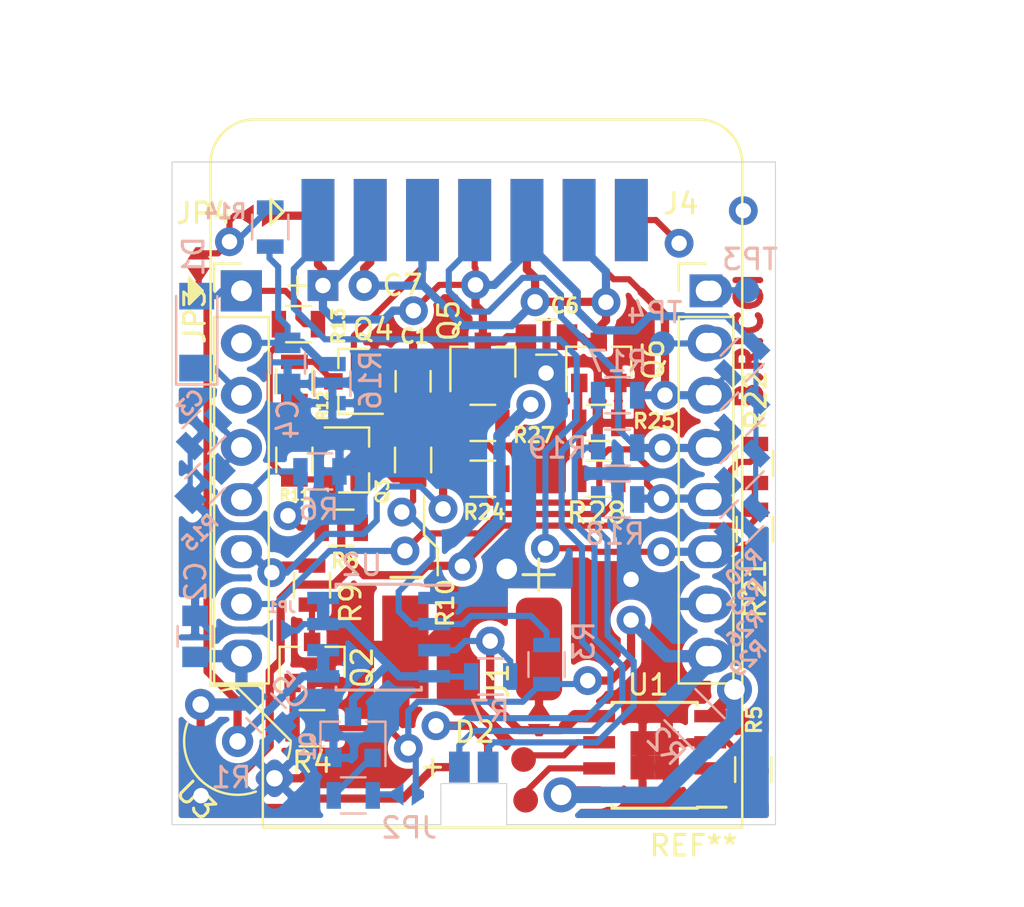
<source format=kicad_pcb>
(kicad_pcb (version 20171130) (host pcbnew "(5.1.2)-1")
  (layers (0 F.Cu signal) (31 B.Cu signal) (34 B.Paste user hide) (35 F.Paste user hide) (36 B.SilkS user) (37 F.SilkS user) (38 B.Mask user) (39 F.Mask user hide) (44 Edge.Cuts user))
  (net 0 "")
  (net 1 "Net-(C1-Pad1)")
  (net 2 GND)
  (net 3 VDD)
  (net 4 /REED_SENSE)
  (net 5 /BAT_SENSE)
  (net 6 VS)
  (net 7 GNDD)
  (net 8 /RST)
  (net 9 /WAKE)
  (net 10 "Net-(D2-Pad3)")
  (net 11 "Net-(D2-Pad4)")
  (net 12 "Net-(D2-Pad2)")
  (net 13 /VBAT)
  (net 14 /BAT_CTRL)
  (net 15 /PWR_SENSOR_H)
  (net 16 /PWR_SENSOR_L)
  (net 17 +5V)
  (net 18 /SENSOR_4)
  (net 19 /SENSOR_3)
  (net 20 /SENSOR_2)
  (net 21 /SENSOR_1)
  (net 22 "Net-(J3-Pad2)")
  (net 23 "Net-(J3-Pad1)")
  (net 24 "Net-(J4-Pad14)")
  (net 25 "Net-(J4-Pad13)")
  (net 26 /BAT_PMOS_G)
  (net 27 "Net-(JP2-Pad1)")
  (net 28 "Net-(JP3-Pad1)")
  (net 29 VCC)
  (net 30 "Net-(Q1-Pad1)")
  (net 31 "Net-(Q2-Pad3)")
  (net 32 "Net-(Q2-Pad1)")
  (net 33 /BAT_NMOS_G)
  (net 34 "Net-(Q3-Pad1)")
  (net 35 "Net-(Q4-Pad3)")
  (net 36 "Net-(Q5-Pad1)")
  (net 37 "Net-(Q6-Pad1)")
  (net 38 "Net-(R2-Pad2)")
  (net 39 "Net-(R5-Pad1)")
  (net 40 "Net-(TP1-Pad1)")
  (net 41 "Net-(TP2-Pad1)")
  (net 42 "Net-(J1-Pad1)")
  (module Module:WEMOS_D1_mini_light (layer F.Cu) (at 33.6468 38.3534)
    (fp_text reference REF** (at 22 27) (layer F.SilkS))
    (fp_text value WEMOS_D1_mini_light)
    (pad 16 thru_hole oval (at 22.86 0) (size 2 1.6) (drill 1) (layers *.Cu *.Mask))
    (pad 15 thru_hole oval (at 22.86 2.54) (size 2 1.6) (drill 1) (layers *.Cu *.Mask))
    (pad 14 thru_hole oval (at 22.86 5.08) (size 2 1.6) (drill 1) (layers *.Cu *.Mask))
    (pad 13 thru_hole oval (at 22.86 7.62) (size 2 1.6) (drill 1) (layers *.Cu *.Mask))
    (pad 12 thru_hole oval (at 22.86 10.16) (size 2 1.6) (drill 1) (layers *.Cu *.Mask))
    (pad 11 thru_hole oval (at 22.86 12.7) (size 2 1.6) (drill 1) (layers *.Cu *.Mask))
    (pad 10 thru_hole oval (at 22.86 15.24) (size 2 1.6) (drill 1) (layers *.Cu *.Mask))
    (pad 9 thru_hole oval (at 22.86 17.78) (size 2 1.6) (drill 1) (layers *.Cu *.Mask))
    (pad 8 thru_hole oval (at 0 17.78) (size 2 1.6) (drill 1) (layers *.Cu *.Mask))
    (pad 7 thru_hole oval (at 0 15.24) (size 2 1.6) (drill 1) (layers *.Cu *.Mask))
    (pad 6 thru_hole oval (at 0 12.7) (size 2 1.6) (drill 1) (layers *.Cu *.Mask))
    (pad 5 thru_hole oval (at 0 10.16) (size 2 1.6) (drill 1) (layers *.Cu *.Mask))
    (pad 4 thru_hole oval (at 0 7.62) (size 2 1.6) (drill 1) (layers *.Cu *.Mask))
    (pad 3 thru_hole oval (at 0 5.08) (size 2 1.6) (drill 1) (layers *.Cu *.Mask))
    (pad 1 thru_hole rect (at 0 0) (size 2 2) (drill 1) (layers *.Cu *.Mask))
    (pad 2 thru_hole oval (at 0 2.54) (size 2 1.6) (drill 1) (layers *.Cu *.Mask))
  )
  (module Connectors_Multicomp:Multicomp_MC9A12-1434_2x07x2.54mm_Straight (layer F.Cu) (at 37.3718 32.9084)
    (fp_text reference J4 (at 17.6446 1.2038) (layer F.SilkS))
    (fp_text value "DHT22 SENSORS")
    (pad 14 smd rect (at 15.24 2) (size 1.6 4) (layers B.Cu B.Paste B.Mask) (net 24 "Net-(J4-Pad14)"))
    (pad 13 smd rect (at 15.24 2) (size 1.6 4) (layers F.Cu F.Paste F.Mask) (net 25 "Net-(J4-Pad13)"))
    (pad 12 smd rect (at 12.7 2) (size 1.6 4) (layers B.Cu B.Paste B.Mask) (net 7 GNDD))
    (pad 11 smd rect (at 12.7 2) (size 1.6 4) (layers F.Cu F.Paste F.Mask) (net 21 /SENSOR_1))
    (pad 10 smd rect (at 10.16 2) (size 1.6 4) (layers B.Cu B.Paste B.Mask) (net 6 VS))
    (pad 9 smd rect (at 10.16 2) (size 1.6 4) (layers F.Cu F.Paste F.Mask) (net 7 GNDD))
    (pad 8 smd rect (at 7.62 2) (size 1.6 4) (layers B.Cu B.Paste B.Mask) (net 20 /SENSOR_2))
    (pad 7 smd rect (at 7.62 2) (size 1.6 4) (layers F.Cu F.Paste F.Mask) (net 6 VS))
    (pad 6 smd rect (at 5.08 2) (size 1.6 4) (layers B.Cu B.Paste B.Mask) (net 7 GNDD))
    (pad 5 smd rect (at 5.08 2) (size 1.6 4) (layers F.Cu F.Paste F.Mask) (net 19 /SENSOR_3))
    (pad 4 smd rect (at 2.54 2) (size 1.6 4) (layers B.Cu B.Paste B.Mask) (net 6 VS))
    (pad 3 smd rect (at 2.54 2) (size 1.6 4) (layers F.Cu F.Paste F.Mask) (net 7 GNDD))
    (pad 2 smd rect (at 0 2) (size 1.6 4) (layers B.Cu B.Paste B.Mask) (net 18 /SENSOR_4))
    (pad 1 smd rect (at 0 2) (size 1.6 4) (layers F.Cu F.Paste F.Mask) (net 6 VS))
  )
  (module Capacitors_THT:CP_Radial_D4.0mm_P2.00mm (layer F.Cu) (at 37.6124 38.0952)
    (fp_text reference C7 (at 3.87096 -0.01016) (layer F.SilkS))
    (fp_text value 10uFx16V)
    (pad 2 thru_hole circle (at 2 0) (size 1.5 1.5) (drill 0.75) (layers *.Cu *.Mask) (net 7 GNDD))
    (pad 1 thru_hole rect (at 0 0) (size 1.5 1.5) (drill 0.75) (layers *.Cu *.Mask) (net 6 VS))
  )
  (module Datalogger_esp8266:Solder_bridge (layer B.Cu) (at 35.3772 54.8846 180)
    (fp_text reference JP1 (at -0.23368 1.13792 180) (layer B.SilkS) (effects (font (size 0.5 0.5) (thickness 0.125)) (justify mirror)))
    (fp_text value ON hide)
    (pad 2 smd trapezoid (at 0.5 0 270) (size 0.7 0.6) (rect_delta 0 -0.4) (layers B.Cu B.Paste B.Mask) (net 2 GND))
    (pad 1 smd trapezoid (at -0.5 0 90) (size 0.7 0.6) (rect_delta 0 -0.4) (layers B.Cu B.Paste B.Mask) (net 26 /BAT_PMOS_G))
  )
  (module Datalogger_esp8266:Solder_bridge (layer B.Cu) (at 41.7272 62.8602)
    (fp_text reference JP2 (at 0.0762 1.6256) (layer B.SilkS) (effects (justify mirror)))
    (fp_text value CH hide)
    (pad 2 smd trapezoid (at 0.5 0 90) (size 0.7 0.6) (rect_delta 0 -0.4) (layers B.Cu B.Paste B.Mask) (net 17 +5V))
    (pad 1 smd trapezoid (at -0.5 0 270) (size 0.7 0.6) (rect_delta 0 -0.4) (layers B.Cu B.Paste B.Mask) (net 27 "Net-(JP2-Pad1)"))
  )
  (module Datalogger_esp8266:Solder_bridge (layer F.Cu) (at 31.5672 37.0284 270)
    (fp_text reference JP3 (at 2.55016 0.18288 90) (layer F.SilkS))
    (fp_text value BAT hide)
    (pad 2 smd trapezoid (at 0.5 0 180) (size 0.7 0.6) (rect_delta 0 0.4) (layers F.Cu F.Paste F.Mask) (net 29 VCC))
    (pad 1 smd trapezoid (at -0.5 0) (size 0.7 0.6) (rect_delta 0 0.4) (layers F.Cu F.Paste F.Mask) (net 28 "Net-(JP3-Pad1)"))
  )
  (module Datalogger_esp8266:Solder_bridge (layer F.Cu) (at 34.4424 34.6964)
    (fp_text reference JP4 (at -2.6212 -0.11656) (layer F.SilkS))
    (fp_text value VSS hide)
    (pad 2 smd trapezoid (at 0.5 0 270) (size 0.7 0.6) (rect_delta 0 0.4) (layers F.Cu F.Paste F.Mask) (net 6 VS))
    (pad 1 smd trapezoid (at -0.5 0 90) (size 0.7 0.6) (rect_delta 0 0.4) (layers F.Cu F.Paste F.Mask) (net 28 "Net-(JP3-Pad1)"))
  )
  (module Datalogger_esp8266:Solder_bridge (layer F.Cu) (at 48.1218 59.2334 90)
    (fp_text reference JP5 hide)
    (fp_text value BAT)
    (pad 2 smd trapezoid (at 0.5 0) (size 0.7 0.6) (rect_delta 0 0.4) (layers F.Cu F.Paste F.Mask) (net 42 "Net-(J1-Pad1)"))
    (pad 1 smd trapezoid (at -0.5 0 180) (size 0.7 0.6) (rect_delta 0 0.4) (layers F.Cu F.Paste F.Mask) (net 13 /VBAT))
  )
  (module TO_SOT_Packages_SMD:SOT-23 (layer F.Cu) (at 45.3898 41.8338 90)
    (fp_text reference Q5 (at 2.0368 -1.656 90) (layer F.SilkS))
    (fp_text value BC857)
    (pad 3 smd rect (at 1 0 90) (size 0.9 0.8) (layers F.Cu F.Paste F.Mask) (net 6 VS))
    (pad 2 smd rect (at -1 0.95 90) (size 0.9 0.8) (layers F.Cu F.Paste F.Mask) (net 3 VDD))
    (pad 1 smd rect (at -1 -0.95 90) (size 0.9 0.8) (layers F.Cu F.Paste F.Mask) (net 36 "Net-(Q5-Pad1)"))
  )
  (module Datalogger_esp8266:Test_point_SMD_round (layer B.Cu) (at 54.1224 40.9146)
    (fp_text reference TP4 (at -0.381 -1.4986) (layer B.SilkS) (effects (justify mirror)))
    (fp_text value RX)
    (pad 1 smd circle (at 0 0 270) (size 1.2 1.2) (layers B.Cu B.Paste B.Mask) (net 22 "Net-(J3-Pad2)"))
  )
  (module Datalogger_esp8266:Test_point_SMD_round (layer B.Cu) (at 58.2372 38.3238)
    (fp_text reference TP3 (at 0.1474 -1.5034) (layer B.SilkS) (effects (justify mirror)))
    (fp_text value TX)
    (pad 1 smd circle (at 0 0 270) (size 1.2 1.2) (layers B.Cu B.Paste B.Mask) (net 23 "Net-(J3-Pad1)"))
  )
  (module Datalogger_esp8266:Test_point_SMD_round (layer F.Cu) (at 47.371 61.1632)
    (fp_text reference TP2 hide)
    (fp_text value CH)
    (pad 1 smd circle (at 0 0 90) (size 1.2 1.2) (layers F.Cu F.Paste F.Mask) (net 41 "Net-(TP2-Pad1)"))
  )
  (module Datalogger_esp8266:Test_point_SMD_round (layer F.Cu) (at 47.4726 63.1444)
    (fp_text reference TP1 hide)
    (fp_text value CH)
    (pad 1 smd circle (at 0 0 90) (size 1.2 1.2) (layers F.Cu F.Paste F.Mask) (net 40 "Net-(TP1-Pad1)"))
  )
  (module Pin_Headers:Pin_Header_Straight_1x08_Pitch2.54mm (layer F.Cu) (at 33.6468 38.3534)
    (fp_text reference J2 hide)
    (fp_text value Conn_01x08 hide)
    (pad 1 thru_hole rect (at 0 0) (size 2 2) (drill 1) (layers *.Cu *.Mask) (net 8 /RST))
    (pad 2 thru_hole oval (at 0 2.54) (size 1.8 1.8) (drill 1) (layers *.Cu *.Mask) (net 5 /BAT_SENSE))
    (pad 3 thru_hole oval (at 0 5.08) (size 1.8 1.8) (drill 1) (layers *.Cu *.Mask) (net 9 /WAKE))
    (pad 4 thru_hole oval (at 0 7.62) (size 1.8 1.8) (drill 1) (layers *.Cu *.Mask) (net 4 /REED_SENSE))
    (pad 5 thru_hole oval (at 0 10.16) (size 1.8 1.6) (drill 1) (layers *.Cu *.Mask) (net 14 /BAT_CTRL))
    (pad 6 thru_hole oval (at 0 12.7) (size 2 1.6) (drill 1) (layers *.Cu *.Mask) (net 15 /PWR_SENSOR_H))
    (pad 7 thru_hole oval (at 0 15.24) (size 2 1.6) (drill 1) (layers *.Cu *.Mask) (net 16 /PWR_SENSOR_L))
    (pad 8 thru_hole oval (at 0 17.78) (size 2 1.6) (drill 1) (layers *.Cu *.Mask) (net 3 VDD))
  )
  (module Pin_Headers:Pin_Header_Straight_1x08_Pitch2.54mm (layer F.Cu) (at 56.2468 38.3534)
    (fp_text reference J3 hide)
    (fp_text value Conn_01x08 hide)
    (pad 1 thru_hole rect (at 0 0) (size 1.6 1.6) (drill 1) (layers *.Cu *.Mask) (net 23 "Net-(J3-Pad1)"))
    (pad 2 thru_hole oval (at 0 2.54) (size 1.8 1.8) (drill 1) (layers *.Cu *.Mask) (net 22 "Net-(J3-Pad2)"))
    (pad 3 thru_hole oval (at 0 5.08) (size 1.8 1.8) (drill 1) (layers *.Cu *.Mask) (net 21 /SENSOR_1))
    (pad 4 thru_hole oval (at 0 7.62) (size 1.8 1.8) (drill 1) (layers *.Cu *.Mask) (net 20 /SENSOR_2))
    (pad 5 thru_hole oval (at 0 10.16) (size 1.8 1.6) (drill 1) (layers *.Cu *.Mask) (net 19 /SENSOR_3))
    (pad 6 thru_hole oval (at 0 12.7) (size 1.8 1.6) (drill 1) (layers *.Cu *.Mask) (net 18 /SENSOR_4))
    (pad 7 thru_hole oval (at 0 15.24) (size 1.8 1.8) (drill 1) (layers *.Cu *.Mask) (net 2 GND))
    (pad 8 thru_hole oval (at 0 17.78) (size 1.8 1.8) (drill 1) (layers *.Cu *.Mask) (net 17 +5V))
  )
  (module LEDs:LED_RGB_1210 (layer F.Cu) (at 44.9468 62.3334 90)
    (fp_text reference D2 (at 2.5085 0.0443 180) (layer F.SilkS))
    (fp_text value LED_ARGB hide)
    (pad 3 smd rect (at 0.8 0.7 270) (size 1.5 1) (layers B.Cu B.Paste B.Mask) (net 10 "Net-(D2-Pad3)"))
    (pad 4 smd rect (at 0.8 -0.7 270) (size 1.5 1) (layers B.Cu B.Paste B.Mask) (net 11 "Net-(D2-Pad4)"))
    (pad 2 smd rect (at 0.8 0.7 270) (size 1.5 1) (layers F.Cu F.Paste F.Mask) (net 12 "Net-(D2-Pad2)"))
    (pad 1 smd rect (at 0.8 -0.7 270) (size 1.5 1) (layers F.Cu F.Paste F.Mask) (net 3 VDD))
  )
  (module Pin_Headers:Pin_Header_Straight_1x02_Pitch2.54mm (layer F.Cu) (at 48.1218 55.6834 270)
    (fp_text reference J1 (at 1.65484 1.99024 270) (layer F.SilkS))
    (fp_text value BAT)
    (fp_text user + (at -3.5166 0.1716 270) (layer F.SilkS) (effects (font (size 2 2))))
    (fp_text user - (at -3.542 6.4454) (layer F.SilkS) (effects (font (size 2 2))))
    (pad 2 smd rect (at 0 6.5 270) (size 5 2.25) (layers F.Cu F.Paste F.Mask) (net 2 GND) (clearance 0.3))
    (pad 1 smd roundrect (at 0.1 0 270) (size 5 2.25) (layers F.Cu F.Paste F.Mask) (net 42 "Net-(J1-Pad1)"))
  )
  (module Housings_SOIC:SOIC-8-1EP_3.9x4.9mm_Pitch1.27mm (layer F.Cu) (at 53.7468 60.9584 180)
    (fp_text reference U1 (at 0.3102 3.4322) (layer F.SilkS))
    (fp_text value TP4056)
    (pad 1 smd rect (at -0.5875 -0.5875 180) (size 1.175 1.175) (layers F.Cu F.Paste F.Mask) (net 2 GND))
    (pad 1 smd rect (at -0.5875 0.5875 180) (size 1.175 1.175) (layers F.Cu F.Paste F.Mask) (net 2 GND))
    (pad 1 smd rect (at 0.5875 -0.5875 180) (size 1.175 1.175) (layers F.Cu F.Paste F.Mask) (net 2 GND))
    (pad 1 smd rect (at 0.5875 0.5875 180) (size 1.175 1.175) (layers F.Cu F.Paste F.Mask) (net 2 GND))
    (pad 8 smd rect (at 2.7 -1.905 180) (size 1.55 0.6) (layers F.Cu F.Paste F.Mask) (net 38 "Net-(R2-Pad2)"))
    (pad 7 smd rect (at 2.7 -0.635 180) (size 1.55 0.6) (layers F.Cu F.Paste F.Mask) (net 40 "Net-(TP1-Pad1)"))
    (pad 6 smd rect (at 2.7 0.635 180) (size 1.55 0.6) (layers F.Cu F.Paste F.Mask) (net 41 "Net-(TP2-Pad1)"))
    (pad 5 smd rect (at 2.7 1.905 180) (size 1.55 0.6) (layers F.Cu F.Paste F.Mask) (net 13 /VBAT))
    (pad 4 smd rect (at -2.7 1.905 180) (size 1.55 0.6) (layers F.Cu F.Paste F.Mask) (net 38 "Net-(R2-Pad2)"))
    (pad 3 smd rect (at -2.7 0.635 180) (size 1.55 0.6) (layers F.Cu F.Paste F.Mask) (net 2 GND))
    (pad 2 smd rect (at -2.7 -0.635 180) (size 1.55 0.6) (layers F.Cu F.Paste F.Mask) (net 39 "Net-(R5-Pad1)"))
    (pad 1 smd rect (at -2.7 -1.905 180) (size 1.55 0.6) (layers F.Cu F.Paste F.Mask) (net 2 GND))
  )
  (module Capacitors_SMD:C_0805 (layer F.Cu) (at 41.9968 42.7584 90)
    (fp_text reference C1 (at 2.1994 0.06568 180) (layer F.SilkS) (effects (font (size 0.7 0.7))))
    (fp_text value 100nF)
    (pad 1 smd rect (at -1 0 90) (size 1 1.25) (layers F.Cu F.Paste F.Mask) (net 1 "Net-(C1-Pad1)"))
    (pad 2 smd rect (at 1 0 90) (size 1 1.25) (layers F.Cu F.Paste F.Mask) (net 2 GND))
  )
  (module Capacitors_SMD:C_0805 (layer B.Cu) (at 31.3944 55.1688 90)
    (fp_text reference C2 (at 2.667 0.0254 90) (layer B.SilkS) (effects (justify mirror)))
    (fp_text value 100nF)
    (pad 2 smd rect (at 1 0 90) (size 1 1.25) (layers B.Cu B.Paste B.Mask) (net 2 GND))
    (pad 1 smd rect (at -1 0 90) (size 1 1.25) (layers B.Cu B.Paste B.Mask) (net 3 VDD))
  )
  (module Capacitors_SMD:C_0805 (layer B.Cu) (at 31.877 47.7266 225)
    (fp_text reference C3 (at -2.270067 3.261374 45) (layer B.SilkS) (effects (font (size 0.7 0.7)) (justify mirror)))
    (fp_text value 470nF)
    (pad 1 smd rect (at -1 0 225) (size 1 1.25) (layers B.Cu B.Paste B.Mask) (net 4 /REED_SENSE))
    (pad 2 smd rect (at 1 0 225) (size 1 1.25) (layers B.Cu B.Paste B.Mask) (net 2 GND))
  )
  (module Capacitors_SMD:C_0805 (layer B.Cu) (at 35.8902 41.8846 270)
    (fp_text reference C4 (at 2.71808 -0.0204 90) (layer B.SilkS) (effects (justify mirror)))
    (fp_text value 100nF)
    (pad 2 smd rect (at 1 0 270) (size 1 1.25) (layers B.Cu B.Paste B.Mask) (net 2 GND))
    (pad 1 smd rect (at -1 0 270) (size 1 1.25) (layers B.Cu B.Paste B.Mask) (net 5 /BAT_SENSE))
  )
  (module Capacitors_SMD:C_0805 (layer B.Cu) (at 34.8488 58.9026 315)
    (fp_text reference C5 (at 0.040305 -1.617153 315) (layer B.SilkS) (effects (justify mirror)))
    (fp_text value 1uF)
    (pad 2 smd rect (at 1 0 315) (size 1 1.25) (layers B.Cu B.Paste B.Mask) (net 2 GND))
    (pad 1 smd rect (at -1 0 315) (size 1 1.25) (layers B.Cu B.Paste B.Mask) (net 3 VDD))
  )
  (module Capacitors_SMD:C_0805 (layer F.Cu) (at 48.4836 40.6098)
    (fp_text reference C6 (at 0.89916 -1.53416) (layer F.SilkS) (effects (font (size 0.7 0.7))))
    (fp_text value 100nF)
    (pad 1 smd rect (at -1 0) (size 1 1.25) (layers F.Cu F.Paste F.Mask) (net 6 VS))
    (pad 2 smd rect (at 1 0) (size 1 1.25) (layers F.Cu F.Paste F.Mask) (net 7 GNDD))
  )
  (module Diodes_SMD:D_MiniMELF (layer B.Cu) (at 31.4706 40.3606 90)
    (fp_text reference D1 (at 3.683 -0.1524 270) (layer B.SilkS) (effects (justify mirror)))
    (fp_text value D_Small)
    (pad 2 smd rect (at 1.75 0 90) (size 1.3 1.7) (layers B.Cu B.Paste B.Mask) (net 8 /RST))
    (pad 1 smd rect (at -1.75 0 90) (size 1.3 1.7) (layers B.Cu B.Paste B.Mask) (net 9 /WAKE))
  )
  (module TO_SOT_Packages_SMD:SOT-23 (layer B.Cu) (at 39.0718 60.0834 90)
    (fp_text reference Q1 (at -0.44 -2.196 90) (layer B.SilkS) (effects (font (size 0.7 0.7)) (justify mirror)))
    (fp_text value BC817)
    (pad 1 smd rect (at -1 0.95 90) (size 0.9 0.8) (layers B.Cu B.Paste B.Mask) (net 30 "Net-(Q1-Pad1)"))
    (pad 2 smd rect (at -1 -0.95 90) (size 0.9 0.8) (layers B.Cu B.Paste B.Mask) (net 2 GND))
    (pad 3 smd rect (at 1 0 90) (size 0.9 0.8) (layers B.Cu B.Paste B.Mask) (net 26 /BAT_PMOS_G))
  )
  (module TO_SOT_Packages_SMD:SOT-23 (layer F.Cu) (at 37.084 56.4388 90)
    (fp_text reference Q2 (at -0.2492 2.4334 90) (layer F.SilkS))
    (fp_text value BC817)
    (pad 3 smd rect (at 1 0 90) (size 0.9 0.8) (layers F.Cu F.Paste F.Mask) (net 31 "Net-(Q2-Pad3)"))
    (pad 2 smd rect (at -1 0.95 90) (size 0.9 0.8) (layers F.Cu F.Paste F.Mask) (net 2 GND))
    (pad 1 smd rect (at -1 -0.95 90) (size 0.9 0.8) (layers F.Cu F.Paste F.Mask) (net 32 "Net-(Q2-Pad1)"))
  )
  (module TO_SOT_Packages_SMD:SOT-23 (layer F.Cu) (at 39.0968 46.5834)
    (fp_text reference Q3 (at 1.4112 1.52956 90) (layer F.SilkS) (effects (font (size 0.6 0.6) (thickness 0.125))))
    (fp_text value BC857)
    (pad 1 smd rect (at -1 -0.95) (size 0.9 0.8) (layers F.Cu F.Paste F.Mask) (net 34 "Net-(Q3-Pad1)"))
    (pad 2 smd rect (at -1 0.95) (size 0.9 0.8) (layers F.Cu F.Paste F.Mask) (net 3 VDD))
    (pad 3 smd rect (at 1 0) (size 0.9 0.8) (layers F.Cu F.Paste F.Mask) (net 33 /BAT_NMOS_G))
  )
  (module TO_SOT_Packages_SMD:SOT-23 (layer F.Cu) (at 39.1218 42.7584 180)
    (fp_text reference Q4 (at -0.929 2.52452) (layer F.SilkS))
    (fp_text value BC817)
    (pad 1 smd rect (at -1 -0.95 180) (size 0.9 0.8) (layers F.Cu F.Paste F.Mask) (net 1 "Net-(C1-Pad1)"))
    (pad 2 smd rect (at -1 0.95 180) (size 0.9 0.8) (layers F.Cu F.Paste F.Mask) (net 2 GND))
    (pad 3 smd rect (at 1 0 180) (size 0.9 0.8) (layers F.Cu F.Paste F.Mask) (net 35 "Net-(Q4-Pad3)"))
  )
  (module TO_SOT_Packages_SMD:SOT-23 (layer F.Cu) (at 51.0286 41.8338 90)
    (fp_text reference Q6 (at 0.13688 2.65692 90) (layer F.SilkS))
    (fp_text value BC817)
    (pad 1 smd rect (at -1 -0.95 90) (size 0.9 0.8) (layers F.Cu F.Paste F.Mask) (net 37 "Net-(Q6-Pad1)"))
    (pad 2 smd rect (at -1 0.95 90) (size 0.9 0.8) (layers F.Cu F.Paste F.Mask) (net 2 GND))
    (pad 3 smd rect (at 1 0 90) (size 0.9 0.8) (layers F.Cu F.Paste F.Mask) (net 7 GNDD))
  )
  (module Resistors_SMD:R_0805 (layer B.Cu) (at 39.0856 62.911 180)
    (fp_text reference R1 (at 5.93344 0.87376) (layer B.SilkS) (effects (justify mirror)))
    (fp_text value 470k)
    (pad 2 smd rect (at 0.95 0 180) (size 0.7 1.3) (layers B.Cu B.Paste B.Mask) (net 30 "Net-(Q1-Pad1)"))
    (pad 1 smd rect (at -0.95 0 180) (size 0.7 1.3) (layers B.Cu B.Paste B.Mask) (net 27 "Net-(JP2-Pad1)"))
  )
  (module Resistors_SMD:R_1206 (layer B.Cu) (at 55.6845 59.2026 315)
    (fp_text reference R2 (at -0.0508 1.905 135) (layer B.SilkS) (effects (justify mirror)))
    (fp_text value 0.33R)
    (pad 2 smd rect (at 1.45 0 315) (size 0.9 1.7) (layers B.Cu B.Paste B.Mask) (net 38 "Net-(R2-Pad2)"))
    (pad 1 smd rect (at -1.45 0 315) (size 0.9 1.7) (layers B.Cu B.Paste B.Mask) (net 17 +5V))
  )
  (module Resistors_SMD:R_0805 (layer B.Cu) (at 48.4886 56.5404 90)
    (fp_text reference R3 (at 1.14272 1.81364 90) (layer B.SilkS) (effects (justify mirror)))
    (fp_text value 100K)
    (pad 1 smd rect (at -0.95 0 90) (size 0.7 1.3) (layers B.Cu B.Paste B.Mask) (net 17 +5V))
    (pad 2 smd rect (at 0.95 0 90) (size 0.7 1.3) (layers B.Cu B.Paste B.Mask) (net 33 /BAT_NMOS_G))
  )
  (module Resistors_SMD:R_0805 (layer F.Cu) (at 37.084 59.6392 180)
    (fp_text reference R4 (at 0 -1.65) (layer F.SilkS))
    (fp_text value 470k)
    (pad 2 smd rect (at 0.95 0 180) (size 0.7 1.3) (layers F.Cu F.Paste F.Mask) (net 32 "Net-(Q2-Pad1)"))
    (pad 1 smd rect (at -0.95 0 180) (size 0.7 1.3) (layers F.Cu F.Paste F.Mask) (net 17 +5V))
  )
  (module Resistors_SMD:R_0805 (layer F.Cu) (at 58.542 61.6537 90)
    (fp_text reference R5 (at 2.42062 0.04572 90) (layer F.SilkS) (effects (font (size 0.7 0.7))))
    (fp_text value 10k)
    (pad 1 smd rect (at -0.95 0 90) (size 0.7 1.3) (layers F.Cu F.Paste F.Mask) (net 39 "Net-(R5-Pad1)"))
    (pad 2 smd rect (at 0.95 0 90) (size 0.7 1.3) (layers F.Cu F.Paste F.Mask) (net 2 GND))
  )
  (module Resistors_SMD:R_0805 (layer B.Cu) (at 37.465 47.1424)
    (fp_text reference R6 (at -0.0508 1.8494) (layer B.SilkS) (effects (justify mirror)))
    (fp_text value 100K)
    (pad 2 smd rect (at 0.95 0) (size 0.7 1.3) (layers B.Cu B.Paste B.Mask) (net 2 GND))
    (pad 1 smd rect (at -0.95 0) (size 0.7 1.3) (layers B.Cu B.Paste B.Mask) (net 14 /BAT_CTRL))
  )
  (module Resistors_SMD:R_0805 (layer B.Cu) (at 45.7708 57.1246 180)
    (fp_text reference R7 (at 0.05072 -1.69192) (layer B.SilkS) (effects (justify mirror)))
    (fp_text value 1M)
    (pad 2 smd rect (at 0.95 0 180) (size 0.7 1.3) (layers B.Cu B.Paste B.Mask) (net 26 /BAT_PMOS_G))
    (pad 1 smd rect (at -0.95 0 180) (size 0.7 1.3) (layers B.Cu B.Paste B.Mask) (net 13 /VBAT))
  )
  (module Resistors_SMD:R_0805 (layer F.Cu) (at 38.5014 49.8808)
    (fp_text reference R8 (at 0.1892 1.6194) (layer F.SilkS) (effects (font (size 0.7 0.7))))
    (fp_text value 100K)
    (pad 1 smd rect (at -0.95 0) (size 0.7 1.3) (layers F.Cu F.Paste F.Mask) (net 14 /BAT_CTRL))
    (pad 2 smd rect (at 0.95 0) (size 0.7 1.3) (layers F.Cu F.Paste F.Mask) (net 1 "Net-(C1-Pad1)"))
  )
  (module Resistors_SMD:R_0805 (layer F.Cu) (at 37.079 52.6748 90)
    (fp_text reference R9 (at -0.889 1.8796 90) (layer F.SilkS))
    (fp_text value 10k)
    (pad 1 smd rect (at -0.95 0 90) (size 0.7 1.3) (layers F.Cu F.Paste F.Mask) (net 31 "Net-(Q2-Pad3)"))
    (pad 2 smd rect (at 0.95 0 90) (size 0.7 1.3) (layers F.Cu F.Paste F.Mask) (net 15 /PWR_SENSOR_H))
  )
  (module Resistors_SMD:R_0805 (layer F.Cu) (at 41.9968 46.5834 90)
    (fp_text reference R10 (at -6.96516 1.56428 90) (layer F.SilkS) (effects (font (size 0.8 0.8))))
    (fp_text value 10M)
    (pad 2 smd rect (at 0.95 0 90) (size 0.7 1.3) (layers F.Cu F.Paste F.Mask) (net 1 "Net-(C1-Pad1)"))
    (pad 1 smd rect (at -0.95 0 90) (size 0.7 1.3) (layers F.Cu F.Paste F.Mask) (net 33 /BAT_NMOS_G))
  )
  (module Resistors_SMD:R_0805 (layer F.Cu) (at 36.2218 46.5834 90)
    (fp_text reference R11 (at -1.70736 0.01392 180) (layer F.SilkS) (effects (font (size 0.5 0.5) (thickness 0.125))))
    (fp_text value 10M)
    (pad 2 smd rect (at 0.95 0 90) (size 0.7 1.3) (layers F.Cu F.Paste F.Mask) (net 34 "Net-(Q3-Pad1)"))
    (pad 1 smd rect (at -0.95 0 90) (size 0.7 1.3) (layers F.Cu F.Paste F.Mask) (net 3 VDD))
  )
  (module Resistors_SMD:R_0805 (layer F.Cu) (at 36.2218 42.7584 90)
    (fp_text reference R12 (at -1.1788 1.37536 270) (layer F.SilkS) (effects (font (size 0.5 0.5) (thickness 0.125))))
    (fp_text value 10M)
    (pad 1 smd rect (at -0.95 0 90) (size 0.7 1.3) (layers F.Cu F.Paste F.Mask) (net 34 "Net-(Q3-Pad1)"))
    (pad 2 smd rect (at 0.95 0 90) (size 0.7 1.3) (layers F.Cu F.Paste F.Mask) (net 35 "Net-(Q4-Pad3)"))
  )
  (module Resistors_SMD:R_0805 (layer F.Cu) (at 36.4186 39.9748 180)
    (fp_text reference R13 (at -1.94564 -0.08128 90) (layer F.SilkS) (effects (font (size 0.6 0.6))))
    (fp_text value 10k)
    (pad 2 smd rect (at 0.95 0 180) (size 0.7 1.3) (layers F.Cu F.Paste F.Mask) (net 3 VDD))
    (pad 1 smd rect (at -0.95 0 180) (size 0.7 1.3) (layers F.Cu F.Paste F.Mask) (net 8 /RST))
  )
  (module Resistors_SMD:R_0805 (layer B.Cu) (at 35.047 35.2504 270)
    (fp_text reference R14 (at -0.75692 2.18948) (layer B.SilkS) (effects (font (size 0.7 0.7)) (justify mirror)))
    (fp_text value 1M2)
    (pad 1 smd rect (at -0.95 0 270) (size 0.7 1.3) (layers B.Cu B.Paste B.Mask) (net 28 "Net-(JP3-Pad1)"))
    (pad 2 smd rect (at 0.95 0 270) (size 0.7 1.3) (layers B.Cu B.Paste B.Mask) (net 5 /BAT_SENSE))
  )
  (module Resistors_SMD:R_0805 (layer B.Cu) (at 31.8262 45.2374 45)
    (fp_text reference R15 (at -3.592244 3.326541 225) (layer B.SilkS) (effects (font (size 0.7 0.7)) (justify mirror)))
    (fp_text value 470k)
    (pad 2 smd rect (at 0.95 0 45) (size 0.7 1.3) (layers B.Cu B.Paste B.Mask) (net 4 /REED_SENSE))
    (pad 1 smd rect (at -0.95 0 45) (size 0.7 1.3) (layers B.Cu B.Paste B.Mask) (net 2 GND))
  )
  (module Resistors_SMD:R_0805 (layer B.Cu) (at 38.0696 42.8704 270)
    (fp_text reference R16 (at -0.1778 -1.85928 90) (layer B.SilkS) (effects (justify mirror)))
    (fp_text value 330k)
    (pad 1 smd rect (at -0.95 0 270) (size 0.7 1.3) (layers B.Cu B.Paste B.Mask) (net 5 /BAT_SENSE))
    (pad 2 smd rect (at 0.95 0 270) (size 0.7 1.3) (layers B.Cu B.Paste B.Mask) (net 2 GND))
  )
  (module Resistors_SMD:R_0805 (layer B.Cu) (at 51.945 43.4334 180)
    (fp_text reference R17 (at 0 1.65) (layer B.SilkS) (effects (justify mirror)))
    (fp_text value 1k)
    (pad 2 smd rect (at 0.95 0 180) (size 0.7 1.3) (layers B.Cu B.Paste B.Mask) (net 12 "Net-(D2-Pad2)"))
    (pad 1 smd rect (at -0.95 0 180) (size 0.7 1.3) (layers B.Cu B.Paste B.Mask) (net 21 /SENSOR_1))
  )
  (module Resistors_SMD:R_0805 (layer B.Cu) (at 51.945 48.5084 180)
    (fp_text reference R18 (at 0.129 -1.682) (layer B.SilkS) (effects (justify mirror)))
    (fp_text value 1k)
    (pad 2 smd rect (at 0.95 0 180) (size 0.7 1.3) (layers B.Cu B.Paste B.Mask) (net 10 "Net-(D2-Pad3)"))
    (pad 1 smd rect (at -0.95 0 180) (size 0.7 1.3) (layers B.Cu B.Paste B.Mask) (net 19 /SENSOR_3))
  )
  (module Resistors_SMD:R_0805 (layer B.Cu) (at 51.945 45.9834 180)
    (fp_text reference R19 (at 2.928 -0.0112) (layer B.SilkS) (effects (justify mirror)))
    (fp_text value 1k)
    (pad 1 smd rect (at -0.95 0 180) (size 0.7 1.3) (layers B.Cu B.Paste B.Mask) (net 20 /SENSOR_2))
    (pad 2 smd rect (at 0.95 0 180) (size 0.7 1.3) (layers B.Cu B.Paste B.Mask) (net 11 "Net-(D2-Pad4)"))
  )
  (module Resistors_SMD:R_0805 (layer B.Cu) (at 58.002249 41.7068 45)
    (fp_text reference R20 (at -7.086517 7.203262 225) (layer B.SilkS) (effects (font (size 0.7 0.7)) (justify mirror)))
    (fp_text value 10k)
    (pad 1 smd rect (at -0.95 0 45) (size 0.7 1.3) (layers B.Cu B.Paste B.Mask) (net 21 /SENSOR_1))
    (pad 2 smd rect (at 0.95 0 45) (size 0.7 1.3) (layers B.Cu B.Paste B.Mask) (net 6 VS))
  )
  (module Resistors_SMD:R_0805 (layer F.Cu) (at 58.6182 49.957 90)
    (fp_text reference R21 (at -2.8956 0.0254 90) (layer F.SilkS))
    (fp_text value 100k)
    (pad 1 smd rect (at -0.95 0 90) (size 0.7 1.3) (layers F.Cu F.Paste F.Mask) (net 18 /SENSOR_4))
    (pad 2 smd rect (at 0.95 0 90) (size 0.7 1.3) (layers F.Cu F.Paste F.Mask) (net 3 VDD))
  )
  (module Resistors_SMD:R_0805 (layer F.Cu) (at 58.6182 46.7566 270)
    (fp_text reference R22 (at -3.0734 -0.0508 90) (layer F.SilkS))
    (fp_text value 100k)
    (pad 1 smd rect (at -0.95 0 270) (size 0.7 1.3) (layers F.Cu F.Paste F.Mask) (net 19 /SENSOR_3))
    (pad 2 smd rect (at 0.95 0 270) (size 0.7 1.3) (layers F.Cu F.Paste F.Mask) (net 3 VDD))
  )
  (module Resistors_SMD:R_0805 (layer B.Cu) (at 58.002249 44.3484 45)
    (fp_text reference R23 (at -6.170531 6.43096 225) (layer B.SilkS) (effects (font (size 0.7 0.7)) (justify mirror)))
    (fp_text value 10k)
    (pad 2 smd rect (at 0.95 0 45) (size 0.7 1.3) (layers B.Cu B.Paste B.Mask) (net 6 VS))
    (pad 1 smd rect (at -0.95 0 45) (size 0.7 1.3) (layers B.Cu B.Paste B.Mask) (net 20 /SENSOR_2))
  )
  (module Resistors_SMD:R_0805 (layer F.Cu) (at 45.3898 47.498)
    (fp_text reference R24 (at 0.0712 1.62588) (layer F.SilkS) (effects (font (size 0.7 0.7))))
    (fp_text value 22k)
    (pad 2 smd rect (at 0.95 0) (size 0.7 1.3) (layers F.Cu F.Paste F.Mask) (net 36 "Net-(Q5-Pad1)"))
    (pad 1 smd rect (at -0.95 0) (size 0.7 1.3) (layers F.Cu F.Paste F.Mask) (net 15 /PWR_SENSOR_H))
  )
  (module Resistors_SMD:R_0805 (layer F.Cu) (at 51.0286 47.498)
    (fp_text reference R25 (at 2.69248 -2.80388) (layer F.SilkS) (effects (font (size 0.7 0.7))))
    (fp_text value 22k)
    (pad 1 smd rect (at -0.95 0) (size 0.7 1.3) (layers F.Cu F.Paste F.Mask) (net 37 "Net-(Q6-Pad1)"))
    (pad 2 smd rect (at 0.95 0) (size 0.7 1.3) (layers F.Cu F.Paste F.Mask) (net 16 /PWR_SENSOR_L))
  )
  (module Resistors_SMD:R_0805 (layer B.Cu) (at 58.002249 46.9392 45)
    (fp_text reference R26 (at -5.470071 5.658658 225) (layer B.SilkS) (effects (font (size 0.7 0.7)) (justify mirror)))
    (fp_text value 10k)
    (pad 2 smd rect (at 0.95 0 45) (size 0.7 1.3) (layers B.Cu B.Paste B.Mask) (net 6 VS))
    (pad 1 smd rect (at -0.95 0 45) (size 0.7 1.3) (layers B.Cu B.Paste B.Mask) (net 19 /SENSOR_3))
  )
  (module Resistors_SMD:R_0805 (layer F.Cu) (at 45.3898 44.7802 180)
    (fp_text reference R27 (at -2.47912 -0.59972 180) (layer F.SilkS) (effects (font (size 0.7 0.7))))
    (fp_text value 470k)
    (pad 2 smd rect (at 0.95 0 180) (size 0.7 1.3) (layers F.Cu F.Paste F.Mask) (net 36 "Net-(Q5-Pad1)"))
    (pad 1 smd rect (at -0.95 0 180) (size 0.7 1.3) (layers F.Cu F.Paste F.Mask) (net 3 VDD))
  )
  (module Resistors_SMD:R_0805 (layer F.Cu) (at 51.0286 44.7802)
    (fp_text reference R28 (at -0.1066 4.3894) (layer F.SilkS))
    (fp_text value 470k)
    (pad 1 smd rect (at -0.95 0) (size 0.7 1.3) (layers F.Cu F.Paste F.Mask) (net 37 "Net-(Q6-Pad1)"))
    (pad 2 smd rect (at 0.95 0) (size 0.7 1.3) (layers F.Cu F.Paste F.Mask) (net 2 GND))
  )
  (module Resistors_SMD:R_0805 (layer B.Cu) (at 57.9882 49.6062 45)
    (fp_text reference R29 (at -4.483085 4.921435 225) (layer B.SilkS) (effects (font (size 0.7 0.7)) (justify mirror)))
    (fp_text value 10k)
    (pad 1 smd rect (at -0.95 0 45) (size 0.7 1.3) (layers B.Cu B.Paste B.Mask) (net 18 /SENSOR_4))
    (pad 2 smd rect (at 0.95 0 45) (size 0.7 1.3) (layers B.Cu B.Paste B.Mask) (net 6 VS))
  )
  (module Housings_SOIC:SOIC-8_3.9x4.9mm_Pitch1.27mm (layer B.Cu) (at 40.3218 55.2084 180)
    (fp_text reference U2 (at 0.8298 3.5) (layer B.SilkS) (effects (justify mirror)))
    (fp_text value IRF7105)
    (pad 8 smd rect (at 2.7 1.905 180) (size 1.55 0.6) (layers B.Cu B.Paste B.Mask) (net 26 /BAT_PMOS_G))
    (pad 7 smd rect (at 2.7 0.635 180) (size 1.55 0.6) (layers B.Cu B.Paste B.Mask) (net 26 /BAT_PMOS_G))
    (pad 6 smd rect (at 2.7 -0.635 180) (size 1.55 0.6) (layers B.Cu B.Paste B.Mask) (net 29 VCC))
    (pad 5 smd rect (at 2.7 -1.905 180) (size 1.55 0.6) (layers B.Cu B.Paste B.Mask) (net 29 VCC))
    (pad 4 smd rect (at -2.7 -1.905 180) (size 1.55 0.6) (layers B.Cu B.Paste B.Mask) (net 26 /BAT_PMOS_G))
    (pad 3 smd rect (at -2.7 -0.635 180) (size 1.55 0.6) (layers B.Cu B.Paste B.Mask) (net 13 /VBAT))
    (pad 2 smd rect (at -2.7 0.635 180) (size 1.55 0.6) (layers B.Cu B.Paste B.Mask) (net 33 /BAT_NMOS_G))
    (pad 1 smd rect (at -2.7 1.905 180) (size 1.55 0.6) (layers B.Cu B.Paste B.Mask) (net 2 GND))
  )
  (module TO_SOT_Packages_THT:TO-92_Inline_Wide (layer F.Cu) (at 35.2552 62.0776 135)
    (fp_text reference U3 (at 1.946665 -3.44856 315) (layer F.SilkS))
    (fp_text value MCP1700-330-TO-92 hide)
    (pad 1 thru_hole roundrect (at 0 0 225) (size 1.52 1.52) (drill 0.8) (layers *.Cu *.Mask) (net 2 GND))
    (pad 3 thru_hole circle (at 5.08 0 225) (size 1.52 1.52) (drill 0.8) (layers *.Cu *.Mask) (net 3 VDD))
    (pad 2 thru_hole circle (at 2.54 0 225) (size 1.52 1.52) (drill 0.8) (layers *.Cu *.Mask) (net 29 VCC))
  )
  (gr_line (start 42.52984 50.22116) (end 42.52984 48.34156) (layer F.SilkS) (width 0.12))
  (gr_line (start 43.19532 50.88664) (end 42.52984 50.22116) (layer F.SilkS) (width 0.12))
  (gr_line (start 43.19532 52.19728) (end 43.19532 50.88664) (layer F.SilkS) (width 0.12))
  (gr_text + (at 42.9464 61.4632) (layer F.SilkS) (effects (font (size 1 1))))
  (gr_text B.RICCI (at 58.3388 40.8003 90) (layer F.Cu) (effects (font (size 1.2 1.2) (thickness 0.3))))
  (gr_line (start 46.5468 62.3334) (end 46.5468 64.3334) (layer Edge.Cuts) (width 0.05))
  (gr_line (start 43.3468 62.3334) (end 46.5468 62.3334) (layer Edge.Cuts) (width 0.05))
  (gr_line (start 43.3468 64.3334) (end 43.3468 62.3334) (layer Edge.Cuts) (width 0.05))
  (gr_line (start 30.2718 64.3334) (end 43.3468 64.3334) (layer Edge.Cuts) (width 0.05))
  (gr_line (start 30.2718 64.3334) (end 30.2718 32.0834) (layer Edge.Cuts) (width 0.05))
  (gr_line (start 59.6218 64.3334) (end 46.5468 64.3334) (layer Edge.Cuts) (width 0.05))
  (gr_line (start 59.6218 32.0834) (end 59.6218 64.3334) (layer Edge.Cuts) (width 0.05))
  (gr_line (start 30.2718 32.0834) (end 59.6218 32.0834) (layer Edge.Cuts) (width 0.05))
  (via (at 58.0594 34.4503) (size 1.4) (drill 0.75) (layers F.Cu B.Cu) (net 0))
  (segment (start 41.9968 45.6334) (end 41.9968 43.7584) (width 0.3) (layer F.Cu) (net 1))
  (segment (start 40.1718 43.7584) (end 40.1218 43.7084) (width 0.3) (layer F.Cu) (net 1))
  (segment (start 41.9968 43.7584) (end 40.1718 43.7584) (width 0.3) (layer F.Cu) (net 1))
  (segment (start 39.0968 45.4334) (end 39.0968 47.9768) (width 0.3) (layer F.Cu) (net 1))
  (segment (start 40.1218 43.7084) (end 40.1218 44.4084) (width 0.3) (layer F.Cu) (net 1))
  (segment (start 40.1218 44.4084) (end 39.0968 45.4334) (width 0.3) (layer F.Cu) (net 1))
  (segment (start 39.4514 48.3314) (end 39.4514 49.8808) (width 0.3) (layer F.Cu) (net 1))
  (segment (start 39.0968 47.9768) (end 39.4514 48.3314) (width 0.3) (layer F.Cu) (net 1))
  (via (at 31.6815 62.9237) (size 1.4) (drill 0.75) (layers F.Cu B.Cu) (net 2))
  (segment (start 31.6942 62.911) (end 31.6815 62.9237) (width 0.3) (layer F.Cu) (net 2))
  (segment (start 56.4468 62.8634) (end 54.7018 62.8634) (width 0.3) (layer F.Cu) (net 2))
  (segment (start 54.3343 62.4959) (end 54.3343 61.5459) (width 0.3) (layer F.Cu) (net 2))
  (segment (start 54.7018 62.8634) (end 54.3343 62.4959) (width 0.3) (layer F.Cu) (net 2))
  (segment (start 54.3818 60.3234) (end 54.3343 60.3709) (width 0.3) (layer F.Cu) (net 2))
  (segment (start 56.4468 60.3234) (end 54.3818 60.3234) (width 0.3) (layer F.Cu) (net 2))
  (segment (start 41.9468 41.8084) (end 41.9968 41.7584) (width 0.3) (layer F.Cu) (net 2))
  (segment (start 40.1218 41.8084) (end 41.9468 41.8084) (width 0.3) (layer F.Cu) (net 2))
  (segment (start 54.3343 60.3709) (end 53.1593 60.3709) (width 0.3) (layer F.Cu) (net 2))
  (segment (start 53.1593 61.5459) (end 54.3343 61.5459) (width 0.3) (layer F.Cu) (net 2))
  (via (at 52.5984 52.3954) (size 1.4) (drill 0.75) (layers F.Cu B.Cu) (net 2))
  (segment (start 53.1593 60.3709) (end 53.1593 61.5459) (width 0.6) (layer F.Cu) (net 2))
  (segment (start 51.9786 42.8338) (end 51.9786 44.7802) (width 0.3) (layer F.Cu) (net 2))
  (segment (start 31.154449 48.418263) (end 31.169893 48.433707) (width 0.25) (layer B.Cu) (net 2))
  (segment (start 31.154449 45.909151) (end 31.154449 48.418263) (width 0.25) (layer B.Cu) (net 2))
  (segment (start 35.555907 59.609707) (end 36.2712 60.325) (width 0.4) (layer B.Cu) (net 2))
  (segment (start 36.2712 61.0616) (end 35.2552 62.0776) (width 0.4) (layer B.Cu) (net 2))
  (segment (start 36.2712 60.325) (end 36.2712 61.0616) (width 0.4) (layer B.Cu) (net 2))
  (segment (start 36.2494 61.0834) (end 35.2552 62.0776) (width 0.4) (layer B.Cu) (net 2))
  (segment (start 38.1218 61.0834) (end 36.2494 61.0834) (width 0.4) (layer B.Cu) (net 2))
  (segment (start 38.415 47.031) (end 38.415 47.1424) (width 0.3) (layer B.Cu) (net 2))
  (via (at 46.5532 51.8874) (size 1.7) (drill 1) (layers F.Cu B.Cu) (net 2))
  (segment (start 52.5984 52.3954) (end 54.1224 52.3954) (width 0.6) (layer F.Cu) (net 2))
  (segment (start 54.1224 52.3954) (end 54.5542 52.8272) (width 0.6) (layer F.Cu) (net 2))
  (segment (start 54.5542 52.8272) (end 54.5542 58.3644) (width 0.6) (layer F.Cu) (net 2))
  (segment (start 54.3343 58.5843) (end 54.3343 60.3709) (width 0.6) (layer F.Cu) (net 2))
  (segment (start 53.7964 53.5934) (end 52.5984 52.3954) (width 0.6) (layer B.Cu) (net 2))
  (segment (start 56.2468 53.5934) (end 53.7964 53.5934) (width 0.6) (layer B.Cu) (net 2))
  (segment (start 32.585576 49.84939) (end 31.169893 48.433707) (width 0.3) (layer B.Cu) (net 2))
  (segment (start 32.58921 49.84939) (end 32.585576 49.84939) (width 0.3) (layer B.Cu) (net 2))
  (segment (start 31.3944 54.1688) (end 31.3944 51.0442) (width 0.3) (layer B.Cu) (net 2))
  (segment (start 31.3944 51.0442) (end 32.58921 49.84939) (width 0.3) (layer B.Cu) (net 2))
  (segment (start 34.63459 49.84939) (end 32.58921 49.84939) (width 0.3) (layer B.Cu) (net 2))
  (segment (start 35.3772 50.592) (end 34.63459 49.84939) (width 0.3) (layer B.Cu) (net 2))
  (segment (start 36.422512 50.592) (end 35.3772 50.592) (width 0.3) (layer B.Cu) (net 2))
  (segment (start 38.415 47.1424) (end 38.415 48.599512) (width 0.3) (layer B.Cu) (net 2))
  (segment (start 38.415 48.599512) (end 36.422512 50.592) (width 0.3) (layer B.Cu) (net 2))
  (segment (start 34.9772 54.8846) (end 32.1102 54.8846) (width 0.3) (layer B.Cu) (net 2))
  (segment (start 32.1102 54.8846) (end 31.3944 54.1688) (width 0.3) (layer B.Cu) (net 2))
  (segment (start 47.3533 49.730981) (end 47.3533 46.2105) (width 0.6) (layer B.Cu) (net 2))
  (segment (start 47.3533 46.2105) (end 49.2202 44.3436) (width 0.6) (layer B.Cu) (net 2))
  (via (at 48.464954 42.355646) (size 1.4) (drill 0.75) (layers F.Cu B.Cu) (net 2))
  (segment (start 48.463 42.353692) (end 48.464954 42.355646) (width 0.4) (layer F.Cu) (net 2))
  (segment (start 48.463 41.8338) (end 48.463 42.353692) (width 0.4) (layer F.Cu) (net 2))
  (segment (start 49.164953 43.424753) (end 49.2202 43.48) (width 0.4) (layer B.Cu) (net 2))
  (segment (start 49.164953 43.055645) (end 49.164953 43.424753) (width 0.4) (layer B.Cu) (net 2))
  (segment (start 49.2202 44.3436) (end 49.2202 43.48) (width 0.6) (layer B.Cu) (net 2))
  (segment (start 51.9786 42.7838) (end 51.0492 41.8544) (width 0.4) (layer F.Cu) (net 2))
  (segment (start 51.9786 42.8338) (end 51.9786 42.7838) (width 0.4) (layer F.Cu) (net 2))
  (segment (start 48.9662 41.8544) (end 48.464954 42.355646) (width 0.4) (layer F.Cu) (net 2))
  (segment (start 51.0492 41.8544) (end 48.9662 41.8544) (width 0.4) (layer F.Cu) (net 2))
  (segment (start 47.460846 42.355646) (end 48.464954 42.355646) (width 0.4) (layer F.Cu) (net 2))
  (segment (start 46.9088 41.8036) (end 47.460846 42.355646) (width 0.4) (layer F.Cu) (net 2))
  (segment (start 43.067 41.8036) (end 46.9088 41.8036) (width 0.4) (layer F.Cu) (net 2))
  (segment (start 41.9968 41.7584) (end 43.0218 41.7584) (width 0.4) (layer F.Cu) (net 2))
  (segment (start 43.0218 41.7584) (end 43.067 41.8036) (width 0.4) (layer F.Cu) (net 2))
  (segment (start 42.7572 55.6834) (end 46.5532 51.8874) (width 0.8) (layer F.Cu) (net 2))
  (segment (start 41.6218 55.6834) (end 42.7572 55.6834) (width 0.8) (layer F.Cu) (net 2))
  (segment (start 47.0612 52.3954) (end 52.5984 52.3954) (width 0.8) (layer F.Cu) (net 2))
  (segment (start 46.5532 51.8874) (end 47.0612 52.3954) (width 0.8) (layer F.Cu) (net 2))
  (segment (start 45.1372 53.3034) (end 46.5532 51.8874) (width 0.6) (layer B.Cu) (net 2))
  (segment (start 43.0218 53.3034) (end 45.1372 53.3034) (width 0.6) (layer B.Cu) (net 2))
  (segment (start 46.5532 50.531081) (end 47.3533 49.730981) (width 0.6) (layer B.Cu) (net 2))
  (segment (start 46.5532 51.8874) (end 46.5532 50.531081) (width 0.6) (layer B.Cu) (net 2))
  (segment (start 38.4458 47.1424) (end 38.415 47.1424) (width 0.6) (layer B.Cu) (net 2))
  (segment (start 49.2202 42.5656) (end 48.6106 41.956) (width 0.6) (layer B.Cu) (net 2))
  (segment (start 49.2202 43.48) (end 49.2202 42.5656) (width 0.6) (layer B.Cu) (net 2))
  (segment (start 48.6106 41.956) (end 41.27 41.956) (width 0.6) (layer B.Cu) (net 2))
  (segment (start 41.27 41.956) (end 40.3556 42.8704) (width 0.6) (layer B.Cu) (net 2))
  (segment (start 40.3556 42.8704) (end 40.3556 45.2326) (width 0.6) (layer B.Cu) (net 2))
  (segment (start 40.3556 45.2326) (end 38.4458 47.1424) (width 0.6) (layer B.Cu) (net 2))
  (segment (start 38.034 57.4888) (end 38.034 57.4388) (width 0.4) (layer F.Cu) (net 2))
  (segment (start 37.0536 58.4692) (end 38.034 57.4888) (width 0.4) (layer F.Cu) (net 2))
  (segment (start 37.0536 61.5648) (end 37.0536 58.4692) (width 0.4) (layer F.Cu) (net 2))
  (segment (start 35.2552 62.0776) (end 36.5408 62.0776) (width 0.4) (layer F.Cu) (net 2))
  (segment (start 36.5408 62.0776) (end 37.0536 61.5648) (width 0.4) (layer F.Cu) (net 2))
  (segment (start 57.3006 60.3234) (end 56.4468 60.3234) (width 0.3) (layer F.Cu) (net 2))
  (segment (start 58.542 60.7037) (end 57.6809 60.7037) (width 0.3) (layer F.Cu) (net 2))
  (segment (start 57.6809 60.7037) (end 57.3006 60.3234) (width 0.3) (layer F.Cu) (net 2))
  (segment (start 39.8968 55.6834) (end 39.4793 56.1009) (width 0.6) (layer F.Cu) (net 2))
  (segment (start 41.6218 55.6834) (end 39.8968 55.6834) (width 0.6) (layer F.Cu) (net 2))
  (segment (start 39.4793 57.0847) (end 39.1252 57.4388) (width 0.6) (layer F.Cu) (net 2))
  (segment (start 39.4793 56.1009) (end 39.4793 57.0847) (width 0.6) (layer F.Cu) (net 2))
  (segment (start 39.1252 57.4388) (end 38.034 57.4388) (width 0.6) (layer F.Cu) (net 2))
  (segment (start 34.4091 62.9237) (end 35.2552 62.0776) (width 0.6) (layer B.Cu) (net 2))
  (segment (start 31.6815 62.9237) (end 34.4091 62.9237) (width 0.6) (layer B.Cu) (net 2))
  (segment (start 36.826 43.8204) (end 35.8902 42.8846) (width 0.4) (layer B.Cu) (net 2))
  (segment (start 38.0696 43.8204) (end 36.826 43.8204) (width 0.4) (layer B.Cu) (net 2))
  (segment (start 38.0696 43.8204) (end 38.0696 45.5628) (width 0.4) (layer B.Cu) (net 2))
  (segment (start 38.415 45.9082) (end 38.415 47.1424) (width 0.4) (layer B.Cu) (net 2))
  (segment (start 38.0696 45.5628) (end 38.415 45.9082) (width 0.4) (layer B.Cu) (net 2))
  (segment (start 36.2218 47.5334) (end 38.0968 47.5334) (width 0.3) (layer F.Cu) (net 3))
  (segment (start 46.3398 42.8338) (end 46.3398 44.7802) (width 0.3) (layer F.Cu) (net 3))
  (segment (start 33.851688 58.485498) (end 34.141693 58.195493) (width 0.6) (layer B.Cu) (net 3))
  (segment (start 31.663098 58.485498) (end 33.851688 58.485498) (width 0.6) (layer B.Cu) (net 3))
  (segment (start 33.6468 57.7006) (end 34.141693 58.195493) (width 0.6) (layer B.Cu) (net 3))
  (segment (start 33.6468 56.1334) (end 33.6468 57.7006) (width 0.6) (layer B.Cu) (net 3))
  (segment (start 31.4298 56.1334) (end 31.3944 56.1688) (width 0.6) (layer B.Cu) (net 3))
  (segment (start 33.6468 56.1334) (end 31.4298 56.1334) (width 0.6) (layer B.Cu) (net 3))
  (via (at 47.7216 43.8864) (size 1.4) (drill 0.75) (layers F.Cu B.Cu) (net 3))
  (segment (start 46.8278 44.7802) (end 47.7216 43.8864) (width 0.3) (layer F.Cu) (net 3))
  (segment (start 46.3398 44.7802) (end 46.8278 44.7802) (width 0.3) (layer F.Cu) (net 3))
  (segment (start 35.0216 56.883998) (end 35.0216 60.498) (width 0.4) (layer F.Cu) (net 3))
  (segment (start 35.555 53.331598) (end 35.555 56.350598) (width 0.4) (layer F.Cu) (net 3))
  (segment (start 35.555 56.350598) (end 35.0216 56.883998) (width 0.4) (layer F.Cu) (net 3))
  (segment (start 39.111 51.6842) (end 38.1458 52.6494) (width 0.4) (layer F.Cu) (net 3))
  (segment (start 38.1458 52.6494) (end 36.237198 52.6494) (width 0.4) (layer F.Cu) (net 3))
  (segment (start 36.237198 52.6494) (end 35.555 53.331598) (width 0.4) (layer F.Cu) (net 3))
  (segment (start 31.663098 60.517698) (end 33.3325 62.1871) (width 0.4) (layer F.Cu) (net 3))
  (segment (start 31.663098 58.485498) (end 31.663098 60.517698) (width 0.4) (layer F.Cu) (net 3))
  (segment (start 35.0216 60.498) (end 33.3325 62.1871) (width 0.4) (layer F.Cu) (net 3))
  (segment (start 38.0968 48.3334) (end 38.5014 48.738) (width 0.4) (layer F.Cu) (net 3))
  (segment (start 38.0968 47.5334) (end 38.0968 48.3334) (width 0.4) (layer F.Cu) (net 3))
  (segment (start 38.5014 51.0746) (end 39.111 51.6842) (width 0.4) (layer F.Cu) (net 3))
  (segment (start 38.5014 48.738) (end 38.5014 51.0746) (width 0.4) (layer F.Cu) (net 3))
  (via (at 44.3942 51.7604) (size 1.4) (drill 0.75) (layers F.Cu B.Cu) (net 3))
  (segment (start 44.466567 51.4556) (end 44.445 51.4556) (width 0.3) (layer B.Cu) (net 3))
  (segment (start 44.445 51.4556) (end 44.1656 51.735) (width 0.3) (layer B.Cu) (net 3))
  (segment (start 39.619 52.1922) (end 39.111 51.6842) (width 0.4) (layer F.Cu) (net 3))
  (segment (start 42.2098 52.1922) (end 39.619 52.1922) (width 0.4) (layer F.Cu) (net 3))
  (segment (start 44.1656 51.735) (end 42.667 51.735) (width 0.4) (layer F.Cu) (net 3))
  (segment (start 42.667 51.735) (end 42.2098 52.1922) (width 0.4) (layer F.Cu) (net 3))
  (segment (start 44.3688 51.735) (end 44.3688 51.354) (width 0.6) (layer B.Cu) (net 3))
  (segment (start 44.3942 51.7604) (end 44.3688 51.735) (width 0.6) (layer B.Cu) (net 3))
  (segment (start 44.3688 51.354) (end 46.1976 49.5252) (width 0.6) (layer B.Cu) (net 3))
  (segment (start 46.1976 45.4104) (end 47.7216 43.8864) (width 0.6) (layer B.Cu) (net 3))
  (segment (start 46.1976 49.5252) (end 46.1976 45.4104) (width 0.6) (layer B.Cu) (net 3))
  (segment (start 58.6182 47.7066) (end 58.6182 49.007) (width 0.3) (layer F.Cu) (net 3))
  (segment (start 58.6182 49.4998) (end 58.6182 49.007) (width 0.3) (layer F.Cu) (net 3))
  (segment (start 46.3754 49.7792) (end 58.3388 49.7792) (width 0.3) (layer F.Cu) (net 3))
  (segment (start 58.3388 49.7792) (end 58.6182 49.4998) (width 0.3) (layer F.Cu) (net 3))
  (segment (start 44.3942 51.7604) (end 46.3754 49.7792) (width 0.3) (layer F.Cu) (net 3))
  (segment (start 35.9218 47.5334) (end 36.2218 47.5334) (width 0.3) (layer F.Cu) (net 3))
  (segment (start 35.0216 46.6332) (end 35.9218 47.5334) (width 0.3) (layer F.Cu) (net 3))
  (segment (start 35.0216 41.3464) (end 35.0216 46.6332) (width 0.3) (layer F.Cu) (net 3))
  (segment (start 35.047 41.3464) (end 35.0216 41.3464) (width 0.3) (layer F.Cu) (net 3))
  (segment (start 35.4686 39.9748) (end 35.4686 40.9248) (width 0.3) (layer F.Cu) (net 3))
  (segment (start 35.4686 40.9248) (end 35.047 41.3464) (width 0.3) (layer F.Cu) (net 3))
  (segment (start 43.0286 61.5334) (end 44.2468 61.5334) (width 0.4) (layer F.Cu) (net 3))
  (segment (start 41.4986 63.0634) (end 43.0286 61.5334) (width 0.4) (layer F.Cu) (net 3))
  (segment (start 36.9012 63.0634) (end 41.4986 63.0634) (width 0.4) (layer F.Cu) (net 3))
  (segment (start 36.444 63.5206) (end 36.9012 63.0634) (width 0.4) (layer F.Cu) (net 3))
  (segment (start 33.3325 62.1871) (end 34.666 63.5206) (width 0.4) (layer F.Cu) (net 3))
  (segment (start 34.666 63.5206) (end 36.444 63.5206) (width 0.4) (layer F.Cu) (net 3))
  (segment (start 32.600707 47.019493) (end 33.6468 45.9734) (width 0.25) (layer B.Cu) (net 4))
  (segment (start 32.584107 47.019493) (end 32.600707 47.019493) (width 0.25) (layer B.Cu) (net 4))
  (segment (start 32.497951 44.824551) (end 33.6468 45.9734) (width 0.3) (layer B.Cu) (net 4))
  (segment (start 32.497951 44.565649) (end 32.497951 44.824551) (width 0.3) (layer B.Cu) (net 4))
  (segment (start 33.6556 40.8846) (end 33.6468 40.8934) (width 0.3) (layer B.Cu) (net 5))
  (segment (start 35.8902 40.8846) (end 33.6556 40.8846) (width 0.3) (layer B.Cu) (net 5))
  (segment (start 35.8902 40.8846) (end 36.0152 40.8846) (width 0.3) (layer B.Cu) (net 5))
  (segment (start 35.8902 40.0846) (end 35.8902 40.8846) (width 0.3) (layer B.Cu) (net 5))
  (segment (start 35.433 39.6274) (end 35.8902 40.0846) (width 0.3) (layer B.Cu) (net 5))
  (segment (start 35.433 37.1856) (end 35.433 39.6274) (width 0.3) (layer B.Cu) (net 5))
  (segment (start 35.0114 36.764) (end 35.433 37.1856) (width 0.3) (layer B.Cu) (net 5))
  (segment (start 35.0114 36.236) (end 35.047 36.2004) (width 0.3) (layer B.Cu) (net 5))
  (segment (start 35.0114 36.764) (end 35.0114 36.236) (width 0.3) (layer B.Cu) (net 5))
  (segment (start 37.6276 41.9204) (end 38.0696 41.9204) (width 0.4) (layer B.Cu) (net 5))
  (segment (start 35.8902 40.8846) (end 36.5918 40.8846) (width 0.4) (layer B.Cu) (net 5))
  (segment (start 36.5918 40.8846) (end 37.6276 41.9204) (width 0.4) (layer B.Cu) (net 5))
  (segment (start 45.212 38.1) (end 45.212 38.241112) (width 0.4) (layer F.Cu) (net 6))
  (segment (start 37.3718 37.9814) (end 37.371815 37.981415) (width 0.4) (layer F.Cu) (net 6))
  (segment (start 39.9118 34.9084) (end 39.9118 36.1084) (width 0.4) (layer B.Cu) (net 6))
  (segment (start 38.038785 37.981415) (end 37.371815 37.981415) (width 0.4) (layer B.Cu) (net 6))
  (segment (start 39.9118 36.1084) (end 38.038785 37.981415) (width 0.4) (layer B.Cu) (net 6))
  (via (at 42.0116 39.3192) (size 1.4) (drill 0.75) (layers F.Cu B.Cu) (net 6))
  (segment (start 42.0116 39.3192) (end 41.021651 39.3192) (width 0.4) (layer B.Cu) (net 6))
  (segment (start 37.1598 34.6964) (end 37.3718 34.9084) (width 0.4) (layer F.Cu) (net 6))
  (segment (start 34.8424 34.6964) (end 37.1598 34.6964) (width 0.4) (layer F.Cu) (net 6))
  (via (at 45.0342 38.06279) (size 1.4) (drill 0.75) (layers F.Cu B.Cu) (net 6))
  (segment (start 47.5318 34.9084) (end 47.5318 36.4914) (width 0.3) (layer B.Cu) (net 6))
  (segment (start 45.0342 37.2508) (end 45.0342 38.06279) (width 0.3) (layer F.Cu) (net 6))
  (segment (start 44.9918 37.2084) (end 45.0342 37.2508) (width 0.3) (layer F.Cu) (net 6))
  (segment (start 44.9918 34.9084) (end 44.9918 37.2084) (width 0.3) (layer F.Cu) (net 6))
  (segment (start 43.26801 38.06279) (end 45.0342 38.06279) (width 0.3) (layer F.Cu) (net 6))
  (segment (start 42.0116 39.3192) (end 43.26801 38.06279) (width 0.3) (layer F.Cu) (net 6))
  (segment (start 58.659951 46.281498) (end 58.674 46.267449) (width 0.25) (layer B.Cu) (net 6))
  (segment (start 58.659951 48.934449) (end 58.659951 46.281498) (width 0.25) (layer B.Cu) (net 6))
  (segment (start 58.674 43.676649) (end 58.674 46.267449) (width 0.25) (layer B.Cu) (net 6))
  (segment (start 58.674 41.035049) (end 58.674 43.676649) (width 0.25) (layer B.Cu) (net 6))
  (segment (start 58.674 41.035049) (end 57.22835 39.589399) (width 0.3) (layer B.Cu) (net 6))
  (segment (start 47.5318 34.9084) (end 47.5318 36.0004) (width 0.4) (layer B.Cu) (net 6))
  (segment (start 49.9568 38.4254) (end 49.9568 39.289) (width 0.4) (layer B.Cu) (net 6))
  (segment (start 47.5318 36.0004) (end 49.9568 38.4254) (width 0.4) (layer B.Cu) (net 6))
  (segment (start 49.9568 39.289) (end 50.9474 40.2796) (width 0.4) (layer B.Cu) (net 6))
  (segment (start 50.9474 40.2796) (end 52.8016 40.2796) (width 0.4) (layer B.Cu) (net 6))
  (segment (start 53.491801 39.589399) (end 55.108599 39.589399) (width 0.4) (layer B.Cu) (net 6))
  (segment (start 52.8016 40.2796) (end 53.491801 39.589399) (width 0.4) (layer B.Cu) (net 6))
  (segment (start 57.22835 39.589399) (end 55.108599 39.589399) (width 0.3) (layer B.Cu) (net 6))
  (segment (start 45.5074 40.7162) (end 45.3898 40.8338) (width 0.4) (layer F.Cu) (net 6))
  (segment (start 45.3898 39.408339) (end 45.3898 40.8338) (width 0.4) (layer F.Cu) (net 6))
  (segment (start 45.0342 38.06279) (end 45.0342 39.052739) (width 0.4) (layer F.Cu) (net 6))
  (segment (start 45.0342 39.052739) (end 45.3898 39.408339) (width 0.4) (layer F.Cu) (net 6))
  (segment (start 46.3596 40.8338) (end 45.3898 40.8338) (width 0.4) (layer F.Cu) (net 6))
  (segment (start 47.4836 40.6098) (end 46.5836 40.6098) (width 0.4) (layer F.Cu) (net 6))
  (segment (start 46.5836 40.6098) (end 46.3596 40.8338) (width 0.4) (layer F.Cu) (net 6))
  (segment (start 37.6124 37.3078) (end 37.6124 38.0952) (width 0.4) (layer F.Cu) (net 6))
  (segment (start 37.3718 34.9084) (end 37.3718 37.0672) (width 0.4) (layer F.Cu) (net 6))
  (segment (start 37.3718 37.0672) (end 37.6124 37.3078) (width 0.4) (layer F.Cu) (net 6))
  (segment (start 41.021651 39.3192) (end 40.594651 39.7462) (width 0.4) (layer B.Cu) (net 6))
  (segment (start 40.594651 39.7462) (end 38.1458 39.7462) (width 0.4) (layer B.Cu) (net 6))
  (segment (start 37.6124 39.2128) (end 37.6124 38.0952) (width 0.4) (layer B.Cu) (net 6))
  (segment (start 38.1458 39.7462) (end 37.6124 39.2128) (width 0.4) (layer B.Cu) (net 6))
  (segment (start 47.5318 36.4816) (end 47.5318 34.9084) (width 0.4) (layer B.Cu) (net 6))
  (segment (start 45.0342 38.06279) (end 45.95061 38.06279) (width 0.4) (layer B.Cu) (net 6))
  (segment (start 45.95061 38.06279) (end 47.5318 36.4816) (width 0.4) (layer B.Cu) (net 6))
  (via (at 47.9298 38.8874) (size 1.4) (drill 0.75) (layers F.Cu B.Cu) (net 7))
  (segment (start 47.9298 37.7064) (end 47.9298 38.8874) (width 0.4) (layer F.Cu) (net 7))
  (segment (start 47.5318 34.9084) (end 47.5318 37.3084) (width 0.4) (layer F.Cu) (net 7))
  (segment (start 47.5318 37.3084) (end 47.9298 37.7064) (width 0.4) (layer F.Cu) (net 7))
  (via (at 51.3792 38.908) (size 1.4) (drill 0.75) (layers F.Cu B.Cu) (net 7))
  (segment (start 39.9118 38.040802) (end 39.878002 38.0746) (width 0.4) (layer F.Cu) (net 7))
  (segment (start 42.418002 38.100002) (end 39.8526 38.100002) (width 0.4) (layer B.Cu) (net 7))
  (segment (start 39.8526 38.100002) (end 39.878002 38.0746) (width 0.4) (layer B.Cu) (net 7))
  (segment (start 42.418002 37.342198) (end 42.418002 38.100002) (width 0.4) (layer B.Cu) (net 7))
  (segment (start 42.4518 34.9084) (end 42.4518 37.3084) (width 0.4) (layer B.Cu) (net 7))
  (segment (start 50.911 40.7162) (end 51.0286 40.8338) (width 0.3) (layer F.Cu) (net 7))
  (segment (start 49.6062 40.8338) (end 49.4886 40.7162) (width 0.4) (layer F.Cu) (net 7))
  (segment (start 51.3586 38.8874) (end 51.3792 38.908) (width 0.4) (layer F.Cu) (net 7))
  (segment (start 47.9298 38.8874) (end 51.3586 38.8874) (width 0.4) (layer F.Cu) (net 7))
  (segment (start 51.0286 40.1476) (end 51.0286 40.8338) (width 0.4) (layer F.Cu) (net 7))
  (segment (start 51.3792 38.908) (end 51.3792 39.797) (width 0.4) (layer F.Cu) (net 7))
  (segment (start 51.3792 39.797) (end 51.0286 40.1476) (width 0.4) (layer F.Cu) (net 7))
  (segment (start 42.494002 38.100002) (end 42.418002 38.100002) (width 0.4) (layer B.Cu) (net 7))
  (segment (start 44.4196 40.0256) (end 42.494002 38.100002) (width 0.4) (layer B.Cu) (net 7))
  (segment (start 47.9298 38.8874) (end 46.7916 40.0256) (width 0.4) (layer B.Cu) (net 7))
  (segment (start 46.7916 40.0256) (end 44.4196 40.0256) (width 0.4) (layer B.Cu) (net 7))
  (segment (start 50.4094 40.8338) (end 51.0286 40.8338) (width 0.4) (layer F.Cu) (net 7))
  (segment (start 49.4836 40.6098) (end 50.1854 40.6098) (width 0.4) (layer F.Cu) (net 7))
  (segment (start 50.1854 40.6098) (end 50.4094 40.8338) (width 0.4) (layer F.Cu) (net 7))
  (segment (start 39.619 38.0886) (end 39.6124 38.0952) (width 0.4) (layer F.Cu) (net 7))
  (segment (start 39.619 37.257) (end 39.619 38.0886) (width 0.4) (layer F.Cu) (net 7))
  (segment (start 39.9118 34.9084) (end 39.9118 36.9642) (width 0.4) (layer F.Cu) (net 7))
  (segment (start 39.9118 36.9642) (end 39.619 37.257) (width 0.4) (layer F.Cu) (net 7))
  (segment (start 51.3792 37.4158) (end 50.0718 36.1084) (width 0.4) (layer B.Cu) (net 7))
  (segment (start 51.3792 38.908) (end 51.3792 37.4158) (width 0.4) (layer B.Cu) (net 7))
  (segment (start 50.0718 36.1084) (end 50.0718 34.9084) (width 0.4) (layer B.Cu) (net 7))
  (segment (start 32.4332 38.6106) (end 31.4706 38.6106) (width 0.3) (layer B.Cu) (net 8))
  (segment (start 33.6468 38.3534) (end 32.6904 38.3534) (width 0.3) (layer B.Cu) (net 8))
  (segment (start 32.6904 38.3534) (end 32.4332 38.6106) (width 0.3) (layer B.Cu) (net 8))
  (segment (start 36.7186 39.9748) (end 36.4186 39.6748) (width 0.3) (layer F.Cu) (net 8))
  (segment (start 37.3686 39.9748) (end 36.7186 39.9748) (width 0.3) (layer F.Cu) (net 8))
  (segment (start 36.4186 39.6748) (end 36.4186 38.9842) (width 0.3) (layer F.Cu) (net 8))
  (segment (start 35.7878 38.3534) (end 33.6468 38.3534) (width 0.3) (layer F.Cu) (net 8))
  (segment (start 36.4186 38.9842) (end 35.7878 38.3534) (width 0.3) (layer F.Cu) (net 8))
  (segment (start 32.324 42.1106) (end 33.6468 43.4334) (width 0.3) (layer B.Cu) (net 9))
  (segment (start 31.4706 42.1106) (end 32.324 42.1106) (width 0.3) (layer B.Cu) (net 9))
  (segment (start 50.995 50.0298) (end 50.995 48.5084) (width 0.3) (layer B.Cu) (net 10))
  (segment (start 51.4554 50.4902) (end 50.995 50.0298) (width 0.3) (layer B.Cu) (net 10))
  (segment (start 51.4554 55.1132) (end 51.4554 50.4902) (width 0.3) (layer B.Cu) (net 10))
  (segment (start 45.6468 61.5334) (end 45.6468 60.5916) (width 0.3) (layer B.Cu) (net 10))
  (segment (start 45.910291 60.328109) (end 50.948279 60.328109) (width 0.3) (layer B.Cu) (net 10))
  (segment (start 50.948279 60.328109) (end 52.7254 58.550988) (width 0.3) (layer B.Cu) (net 10))
  (segment (start 45.6468 60.5916) (end 45.910291 60.328109) (width 0.3) (layer B.Cu) (net 10))
  (segment (start 52.7254 58.550988) (end 52.7254 56.3832) (width 0.3) (layer B.Cu) (net 10))
  (segment (start 52.7254 56.3832) (end 51.4554 55.1132) (width 0.3) (layer B.Cu) (net 10))
  (segment (start 50.995 45.9834) (end 50.995 46.2834) (width 0.3) (layer B.Cu) (net 11))
  (segment (start 50.3842 45.9834) (end 50.995 45.9834) (width 0.3) (layer B.Cu) (net 11))
  (segment (start 49.8602 46.5074) (end 50.3842 45.9834) (width 0.3) (layer B.Cu) (net 11))
  (segment (start 49.8602 49.678488) (end 49.8602 46.5074) (width 0.3) (layer B.Cu) (net 11))
  (segment (start 50.8204 50.638688) (end 49.8602 49.678488) (width 0.3) (layer B.Cu) (net 11))
  (segment (start 44.2468 60.4834) (end 44.9561 59.7741) (width 0.3) (layer B.Cu) (net 11))
  (segment (start 44.2468 61.5334) (end 44.2468 60.4834) (width 0.3) (layer B.Cu) (net 11))
  (segment (start 50.8204 55.261688) (end 50.8204 50.638688) (width 0.3) (layer B.Cu) (net 11))
  (segment (start 44.9561 59.7741) (end 50.7188 59.7741) (width 0.3) (layer B.Cu) (net 11))
  (segment (start 50.7188 59.7741) (end 52.17139 58.32151) (width 0.3) (layer B.Cu) (net 11))
  (segment (start 52.17139 58.32151) (end 52.17139 56.612678) (width 0.3) (layer B.Cu) (net 11))
  (segment (start 52.17139 56.612678) (end 50.8204 55.261688) (width 0.3) (layer B.Cu) (net 11))
  (via (at 43.1115 59.5201) (size 1.4) (drill 0.75) (layers F.Cu B.Cu) (net 12))
  (segment (start 44.101449 59.5201) (end 43.1115 59.5201) (width 0.4) (layer F.Cu) (net 12))
  (segment (start 44.7835 59.5201) (end 44.101449 59.5201) (width 0.4) (layer F.Cu) (net 12))
  (segment (start 45.6468 60.3834) (end 44.7835 59.5201) (width 0.4) (layer F.Cu) (net 12))
  (segment (start 45.6468 61.5334) (end 45.6468 60.3834) (width 0.4) (layer F.Cu) (net 12))
  (segment (start 49.2202 46.1582) (end 50.995 44.3834) (width 0.3) (layer B.Cu) (net 12))
  (segment (start 49.2202 49.821976) (end 49.2202 46.1582) (width 0.3) (layer B.Cu) (net 12))
  (segment (start 50.2108 50.812576) (end 49.2202 49.821976) (width 0.3) (layer B.Cu) (net 12))
  (segment (start 51.61738 56.842156) (end 50.2108 55.435576) (width 0.3) (layer B.Cu) (net 12))
  (segment (start 44.2418 59.5201) (end 44.6101 59.1518) (width 0.3) (layer B.Cu) (net 12))
  (segment (start 50.995 44.3834) (end 50.995 43.4334) (width 0.3) (layer B.Cu) (net 12))
  (segment (start 50.2108 55.435576) (end 50.2108 50.812576) (width 0.3) (layer B.Cu) (net 12))
  (segment (start 43.1115 59.5201) (end 44.2418 59.5201) (width 0.3) (layer B.Cu) (net 12))
  (segment (start 44.6101 59.1518) (end 50.414 59.1518) (width 0.3) (layer B.Cu) (net 12))
  (segment (start 50.414 59.1518) (end 51.594201 57.971599) (width 0.3) (layer B.Cu) (net 12))
  (segment (start 51.594201 57.971599) (end 51.594201 56.865335) (width 0.3) (layer B.Cu) (net 12))
  (segment (start 51.594201 56.865335) (end 51.61738 56.842156) (width 0.3) (layer B.Cu) (net 12))
  (segment (start 51.0168 59.0834) (end 51.0468 59.0534) (width 0.6) (layer F.Cu) (net 13))
  (segment (start 51.0468 59.0534) (end 49.8768 59.0534) (width 0.6) (layer F.Cu) (net 13))
  (segment (start 49.8768 59.0534) (end 49.3843 59.5459) (width 0.6) (layer F.Cu) (net 13))
  (segment (start 49.1968 59.7334) (end 49.3843 59.5459) (width 0.3) (layer F.Cu) (net 13))
  (segment (start 48.1218 59.7334) (end 49.1968 59.7334) (width 0.3) (layer F.Cu) (net 13))
  (via (at 45.7454 55.3974) (size 1.4) (drill 0.75) (layers F.Cu B.Cu) (net 13))
  (segment (start 44.5262 55.3974) (end 45.7454 55.3974) (width 0.3) (layer B.Cu) (net 13))
  (segment (start 43.0218 55.8434) (end 44.0802 55.8434) (width 0.3) (layer B.Cu) (net 13))
  (segment (start 44.0802 55.8434) (end 44.5262 55.3974) (width 0.3) (layer B.Cu) (net 13))
  (segment (start 46.7208 56.3728) (end 45.7454 55.3974) (width 0.3) (layer B.Cu) (net 13))
  (segment (start 46.7208 57.1246) (end 46.7208 56.3728) (width 0.3) (layer B.Cu) (net 13))
  (segment (start 47.1604 59.7334) (end 49.1968 59.7334) (width 0.4) (layer F.Cu) (net 13))
  (segment (start 45.7454 55.3974) (end 45.7454 58.3184) (width 0.4) (layer F.Cu) (net 13))
  (segment (start 45.7454 58.3184) (end 47.1604 59.7334) (width 0.4) (layer F.Cu) (net 13))
  (segment (start 35.0178 47.1424) (end 36.515 47.1424) (width 0.3) (layer B.Cu) (net 14))
  (segment (start 33.6468 48.5134) (end 35.0178 47.1424) (width 0.3) (layer B.Cu) (net 14))
  (via (at 35.9106 49.2966) (size 1.4) (drill 0.75) (layers F.Cu B.Cu) (net 14))
  (segment (start 36.515 47.1424) (end 36.515 48.6922) (width 0.3) (layer B.Cu) (net 14))
  (segment (start 36.515 48.6922) (end 35.9106 49.2966) (width 0.3) (layer B.Cu) (net 14))
  (segment (start 36.4948 49.8808) (end 35.9106 49.2966) (width 0.3) (layer F.Cu) (net 14))
  (segment (start 37.5514 49.8808) (end 36.4948 49.8808) (width 0.3) (layer F.Cu) (net 14))
  (segment (start 44.262 47.3202) (end 44.4398 47.498) (width 0.3) (layer F.Cu) (net 15))
  (segment (start 44.4144 47.5234) (end 44.4398 47.498) (width 0.3) (layer F.Cu) (net 15))
  (via (at 35.1232 52.0652) (size 1.4) (drill 0.75) (layers F.Cu B.Cu) (net 15))
  (segment (start 33.7998 51.2064) (end 33.6468 51.0534) (width 0.6) (layer B.Cu) (net 15))
  (segment (start 35.6922 51.7248) (end 35.1994 52.2176) (width 0.4) (layer F.Cu) (net 15))
  (segment (start 37.079 51.7248) (end 35.6922 51.7248) (width 0.4) (layer F.Cu) (net 15))
  (segment (start 34.0352 51.0534) (end 35.1994 52.2176) (width 0.4) (layer B.Cu) (net 15))
  (segment (start 33.6468 51.0534) (end 34.0352 51.0534) (width 0.4) (layer B.Cu) (net 15))
  (via (at 43.4544 48.9664) (size 1.4) (drill 0.75) (layers F.Cu B.Cu) (net 15))
  (segment (start 35.6312 52.0652) (end 35.4534 51.8874) (width 0.3) (layer B.Cu) (net 15))
  (segment (start 35.8598 52.0652) (end 35.6312 52.0652) (width 0.3) (layer B.Cu) (net 15))
  (segment (start 35.8598 52.0652) (end 35.1232 52.0652) (width 0.3) (layer B.Cu) (net 15))
  (segment (start 43.6898 47.498) (end 43.429 47.7588) (width 0.4) (layer F.Cu) (net 15))
  (segment (start 44.4398 47.498) (end 43.6898 47.498) (width 0.4) (layer F.Cu) (net 15))
  (segment (start 43.4544 47.7842) (end 43.4544 48.9664) (width 0.4) (layer F.Cu) (net 15))
  (segment (start 43.429 47.7588) (end 43.4544 47.7842) (width 0.4) (layer F.Cu) (net 15))
  (segment (start 37.7394 50.1856) (end 39.5682 50.1856) (width 0.3) (layer B.Cu) (net 15))
  (segment (start 37.7394 50.1856) (end 35.8598 52.0652) (width 0.3) (layer B.Cu) (net 15))
  (segment (start 39.5682 50.1856) (end 40.2286 49.5252) (width 0.3) (layer B.Cu) (net 15))
  (segment (start 40.2286 49.5252) (end 40.2286 48.433) (width 0.3) (layer B.Cu) (net 15))
  (segment (start 40.2286 48.433) (end 40.7874 47.8742) (width 0.3) (layer B.Cu) (net 15))
  (segment (start 42.3622 47.8742) (end 43.4544 48.9664) (width 0.3) (layer B.Cu) (net 15))
  (segment (start 40.7874 47.8742) (end 42.3622 47.8742) (width 0.3) (layer B.Cu) (net 15))
  (segment (start 40.610144 51.01021) (end 41.600093 51.01021) (width 0.3) (layer B.Cu) (net 16))
  (segment (start 35.3476 53.5934) (end 37.93079 51.01021) (width 0.3) (layer B.Cu) (net 16))
  (segment (start 33.6468 53.5934) (end 35.3476 53.5934) (width 0.3) (layer B.Cu) (net 16))
  (segment (start 37.93079 51.01021) (end 40.610144 51.01021) (width 0.3) (layer B.Cu) (net 16))
  (via (at 41.600093 51.01021) (size 1.4) (drill 0.75) (layers F.Cu B.Cu) (net 16))
  (segment (start 41.600093 51.01021) (end 42.450103 50.1602) (width 0.3) (layer F.Cu) (net 16))
  (segment (start 45.210911 50.1602) (end 46.157723 49.213388) (width 0.3) (layer F.Cu) (net 16))
  (segment (start 46.157723 49.213388) (end 51.213212 49.213388) (width 0.3) (layer F.Cu) (net 16))
  (segment (start 51.9786 48.448) (end 51.9786 47.498) (width 0.3) (layer F.Cu) (net 16))
  (segment (start 42.450103 50.1602) (end 45.210911 50.1602) (width 0.3) (layer F.Cu) (net 16))
  (segment (start 51.213212 49.213388) (end 51.9786 48.448) (width 0.3) (layer F.Cu) (net 16))
  (via (at 52.5984 54.3766) (size 1.4) (drill 0.75) (layers F.Cu B.Cu) (net 17))
  (segment (start 54.3552 56.1334) (end 56.2468 56.1334) (width 0.6) (layer B.Cu) (net 17))
  (segment (start 52.5984 54.3766) (end 54.3552 56.1334) (width 0.6) (layer B.Cu) (net 17))
  (via (at 50.4902 57.323) (size 1.4) (drill 0.75) (layers F.Cu B.Cu) (net 17))
  (segment (start 48.4886 57.4904) (end 50.3228 57.4904) (width 0.3) (layer B.Cu) (net 17))
  (segment (start 50.3228 57.4904) (end 50.4902 57.323) (width 0.3) (layer B.Cu) (net 17))
  (segment (start 50.4902 57.323) (end 51.6078 57.323) (width 0.4) (layer F.Cu) (net 17))
  (segment (start 52.5984 56.3324) (end 52.5984 54.3766) (width 0.4) (layer F.Cu) (net 17))
  (segment (start 51.6078 57.323) (end 52.5984 56.3324) (width 0.4) (layer F.Cu) (net 17))
  (segment (start 50.8712 57.704) (end 50.4902 57.323) (width 0.3) (layer B.Cu) (net 17))
  (segment (start 42.1272 60.979092) (end 41.762098 60.61399) (width 0.3) (layer B.Cu) (net 17))
  (segment (start 48.4886 57.4904) (end 48.1886 57.4904) (width 0.3) (layer B.Cu) (net 17))
  (segment (start 41.762098 58.812102) (end 41.762098 59.624041) (width 0.3) (layer B.Cu) (net 17))
  (segment (start 48.1886 57.4904) (end 47.3273 58.3517) (width 0.3) (layer B.Cu) (net 17))
  (segment (start 47.3273 58.3517) (end 42.2225 58.3517) (width 0.3) (layer B.Cu) (net 17))
  (segment (start 42.1272 62.8602) (end 42.1272 60.979092) (width 0.3) (layer B.Cu) (net 17))
  (segment (start 41.762098 59.624041) (end 41.762098 60.61399) (width 0.3) (layer B.Cu) (net 17))
  (segment (start 40.787308 59.6392) (end 41.062099 59.913991) (width 0.3) (layer F.Cu) (net 17))
  (segment (start 41.062099 59.913991) (end 41.762098 60.61399) (width 0.3) (layer F.Cu) (net 17))
  (segment (start 38.034 59.6392) (end 40.787308 59.6392) (width 0.3) (layer F.Cu) (net 17))
  (via (at 41.762098 60.61399) (size 1.4) (drill 0.75) (layers F.Cu B.Cu) (net 17))
  (segment (start 42.2225 58.3517) (end 41.762098 58.812102) (width 0.3) (layer B.Cu) (net 17))
  (segment (start 56.2468 56.58969) (end 54.659195 58.177295) (width 0.8) (layer B.Cu) (net 17))
  (segment (start 56.2468 56.1334) (end 56.2468 56.58969) (width 0.8) (layer B.Cu) (net 17))
  (segment (start 56.960098 50.340102) (end 56.2468 51.0534) (width 0.25) (layer B.Cu) (net 18))
  (segment (start 57.330498 50.340102) (end 56.960098 50.340102) (width 0.25) (layer B.Cu) (net 18))
  (segment (start 56.541 51.0534) (end 57.316449 50.277951) (width 0.25) (layer B.Cu) (net 18))
  (segment (start 56.2468 51.0534) (end 56.541 51.0534) (width 0.25) (layer B.Cu) (net 18))
  (via (at 54.0766 51.054) (size 1.4) (drill 0.75) (layers F.Cu B.Cu) (net 18))
  (segment (start 54.0772 51.0534) (end 54.0766 51.054) (width 0.4) (layer B.Cu) (net 18))
  (segment (start 56.2468 51.0534) (end 54.0772 51.0534) (width 0.4) (layer B.Cu) (net 18))
  (segment (start 58.6182 50.907) (end 57.6428 50.907) (width 0.3) (layer F.Cu) (net 18))
  (segment (start 57.4958 51.054) (end 54.0766 51.054) (width 0.3) (layer F.Cu) (net 18))
  (segment (start 57.6428 50.907) (end 57.4958 51.054) (width 0.3) (layer F.Cu) (net 18))
  (segment (start 37.7142 40.7114) (end 49.1186 40.7114) (width 0.3) (layer B.Cu) (net 18))
  (segment (start 49.1186 40.7114) (end 49.9568 41.5496) (width 0.3) (layer B.Cu) (net 18))
  (segment (start 49.9568 41.5496) (end 49.9568 44.638112) (width 0.3) (layer B.Cu) (net 18))
  (segment (start 49.9568 44.638112) (end 48.4328 46.162112) (width 0.3) (layer B.Cu) (net 18))
  (segment (start 48.4328 49.893261) (end 48.4328 50.88321) (width 0.3) (layer B.Cu) (net 18))
  (segment (start 48.4328 46.162112) (end 48.4328 49.893261) (width 0.3) (layer B.Cu) (net 18))
  (segment (start 36.195 39.1922) (end 37.7142 40.7114) (width 0.3) (layer B.Cu) (net 18))
  (segment (start 37.3718 36.1084) (end 36.195 37.2852) (width 0.3) (layer B.Cu) (net 18))
  (segment (start 37.3718 34.9084) (end 37.3718 36.1084) (width 0.3) (layer B.Cu) (net 18))
  (via (at 48.4328 50.88321) (size 1.4) (drill 0.75) (layers F.Cu B.Cu) (net 18))
  (segment (start 36.195 37.2852) (end 36.195 39.1922) (width 0.3) (layer B.Cu) (net 18))
  (segment (start 50.69561 50.88321) (end 50.8664 51.054) (width 0.3) (layer F.Cu) (net 18))
  (segment (start 48.4328 50.88321) (end 50.69561 50.88321) (width 0.3) (layer F.Cu) (net 18))
  (segment (start 54.0766 51.054) (end 50.8664 51.054) (width 0.3) (layer F.Cu) (net 18))
  (via (at 54.0766 48.4632) (size 1.4) (drill 0.75) (layers F.Cu B.Cu) (net 19))
  (segment (start 56.2468 48.5134) (end 55.6 48.5134) (width 0.4) (layer B.Cu) (net 19))
  (segment (start 52.9402 48.4632) (end 52.895 48.5084) (width 0.4) (layer B.Cu) (net 19))
  (segment (start 54.0766 48.4632) (end 52.9402 48.4632) (width 0.4) (layer B.Cu) (net 19))
  (segment (start 54.0766 48.4632) (end 56.1966 48.4632) (width 0.4) (layer B.Cu) (net 19))
  (segment (start 57.149249 47.610951) (end 56.2468 48.5134) (width 0.25) (layer B.Cu) (net 19))
  (segment (start 57.330498 47.610951) (end 57.149249 47.610951) (width 0.25) (layer B.Cu) (net 19))
  (segment (start 54.0766 47.9044) (end 54.0766 48.4632) (width 0.3) (layer F.Cu) (net 19))
  (segment (start 58.6182 46.4566) (end 58.3944 46.6804) (width 0.3) (layer F.Cu) (net 19))
  (segment (start 58.6182 45.8066) (end 58.6182 46.4566) (width 0.3) (layer F.Cu) (net 19))
  (segment (start 58.3944 46.6804) (end 57.8562 46.6804) (width 0.3) (layer F.Cu) (net 19))
  (segment (start 55.066549 48.4632) (end 54.0766 48.4632) (width 0.3) (layer F.Cu) (net 19))
  (segment (start 56.397 48.4632) (end 55.066549 48.4632) (width 0.3) (layer F.Cu) (net 19))
  (segment (start 57.4468 47.4134) (end 56.397 48.4632) (width 0.3) (layer F.Cu) (net 19))
  (segment (start 57.4468 47.0898) (end 57.4468 47.4134) (width 0.3) (layer F.Cu) (net 19))
  (segment (start 57.8562 46.6804) (end 57.4468 47.0898) (width 0.3) (layer F.Cu) (net 19))
  (segment (start 53.376601 47.763201) (end 54.0766 48.4632) (width 0.3) (layer F.Cu) (net 19))
  (segment (start 52.573 46.0708) (end 53.376601 46.874401) (width 0.3) (layer F.Cu) (net 19))
  (segment (start 51.5062 46.0708) (end 52.573 46.0708) (width 0.3) (layer F.Cu) (net 19))
  (segment (start 42.838802 42.7482) (end 43.3782 43.287598) (width 0.3) (layer F.Cu) (net 19))
  (segment (start 39.484398 42.7482) (end 42.838802 42.7482) (width 0.3) (layer F.Cu) (net 19))
  (segment (start 39.116 42.379802) (end 39.484398 42.7482) (width 0.3) (layer F.Cu) (net 19))
  (segment (start 39.116 40.5442) (end 39.116 42.379802) (width 0.3) (layer F.Cu) (net 19))
  (segment (start 53.376601 46.874401) (end 53.376601 47.763201) (width 0.3) (layer F.Cu) (net 19))
  (segment (start 42.4518 34.9084) (end 42.4518 37.2084) (width 0.3) (layer F.Cu) (net 19))
  (segment (start 42.4518 37.2084) (end 39.116 40.5442) (width 0.3) (layer F.Cu) (net 19))
  (segment (start 51.054 46.523) (end 51.5062 46.0708) (width 0.3) (layer F.Cu) (net 19))
  (segment (start 43.3782 43.287598) (end 43.3782 45.7406) (width 0.3) (layer F.Cu) (net 19))
  (segment (start 50.695623 48.659377) (end 51.054 48.301) (width 0.3) (layer F.Cu) (net 19))
  (segment (start 43.7592 46.1216) (end 44.953 46.1216) (width 0.3) (layer F.Cu) (net 19))
  (segment (start 44.953 46.1216) (end 45.3898 46.5584) (width 0.3) (layer F.Cu) (net 19))
  (segment (start 45.3898 48.2348) (end 45.814377 48.659377) (width 0.3) (layer F.Cu) (net 19))
  (segment (start 43.3782 45.7406) (end 43.7592 46.1216) (width 0.3) (layer F.Cu) (net 19))
  (segment (start 45.3898 46.5584) (end 45.3898 48.2348) (width 0.3) (layer F.Cu) (net 19))
  (segment (start 45.814377 48.659377) (end 50.695623 48.659377) (width 0.3) (layer F.Cu) (net 19))
  (segment (start 51.054 48.301) (end 51.054 46.523) (width 0.3) (layer F.Cu) (net 19))
  (via (at 54.1274 45.9994) (size 1.4) (drill 0.75) (layers F.Cu B.Cu) (net 20))
  (segment (start 56.2468 45.9734) (end 55.6762 45.9734) (width 0.4) (layer B.Cu) (net 20))
  (segment (start 52.911 45.9994) (end 52.895 45.9834) (width 0.4) (layer B.Cu) (net 20))
  (segment (start 54.1274 45.9994) (end 52.911 45.9994) (width 0.4) (layer B.Cu) (net 20))
  (segment (start 54.1274 45.9994) (end 56.2208 45.9994) (width 0.4) (layer B.Cu) (net 20))
  (segment (start 57.200049 45.020151) (end 56.2468 45.9734) (width 0.25) (layer B.Cu) (net 20))
  (segment (start 57.330498 45.020151) (end 57.200049 45.020151) (width 0.25) (layer B.Cu) (net 20))
  (segment (start 44.9918 36.1084) (end 44.9918 34.9084) (width 0.3) (layer B.Cu) (net 20))
  (segment (start 43.7338 37.3664) (end 44.9918 36.1084) (width 0.3) (layer B.Cu) (net 20))
  (segment (start 44.7246 39.3652) (end 43.7338 38.3744) (width 0.3) (layer B.Cu) (net 20))
  (segment (start 43.7338 38.3744) (end 43.7338 37.3664) (width 0.3) (layer B.Cu) (net 20))
  (segment (start 47.3202 37.719) (end 45.674 39.3652) (width 0.3) (layer B.Cu) (net 20))
  (segment (start 48.3614 37.719) (end 47.3202 37.719) (width 0.3) (layer B.Cu) (net 20))
  (segment (start 52.8668 45.9834) (end 51.9684 45.085) (width 0.3) (layer B.Cu) (net 20))
  (segment (start 52.895 45.9834) (end 52.8668 45.9834) (width 0.3) (layer B.Cu) (net 20))
  (segment (start 45.674 39.3652) (end 44.7246 39.3652) (width 0.3) (layer B.Cu) (net 20))
  (segment (start 51.9684 45.085) (end 51.9684 42.3928) (width 0.3) (layer B.Cu) (net 20))
  (segment (start 51.9684 42.3928) (end 49.187998 39.612398) (width 0.3) (layer B.Cu) (net 20))
  (segment (start 49.187998 39.612398) (end 49.187998 38.545598) (width 0.3) (layer B.Cu) (net 20))
  (segment (start 49.187998 38.545598) (end 48.3614 37.719) (width 0.3) (layer B.Cu) (net 20))
  (segment (start 52.895 43.4334) (end 56.2468 43.4334) (width 0.4) (layer B.Cu) (net 21))
  (segment (start 50.0718 34.9084) (end 50.0718 36.1084) (width 0.4) (layer F.Cu) (net 21))
  (via (at 54.2494 43.4292) (size 1.4) (drill 0.75) (layers F.Cu B.Cu) (net 21))
  (segment (start 57.301649 42.378551) (end 56.2468 43.4334) (width 0.25) (layer B.Cu) (net 21))
  (segment (start 57.330498 42.378551) (end 57.301649 42.378551) (width 0.25) (layer B.Cu) (net 21))
  (segment (start 50.0718 36.1084) (end 51.7538 37.7904) (width 0.3) (layer F.Cu) (net 21))
  (segment (start 51.7538 37.7904) (end 52.4968 37.7904) (width 0.3) (layer F.Cu) (net 21))
  (segment (start 54.2494 39.543) (end 53.1064 38.4) (width 0.4) (layer F.Cu) (net 21))
  (segment (start 54.2494 43.4292) (end 54.2494 39.543) (width 0.4) (layer F.Cu) (net 21))
  (segment (start 52.4968 37.7904) (end 53.1064 38.4) (width 0.3) (layer F.Cu) (net 21))
  (segment (start 56.2256 40.9146) (end 56.2468 40.8934) (width 0.3) (layer B.Cu) (net 22))
  (segment (start 54.1224 40.9146) (end 56.2256 40.9146) (width 0.3) (layer B.Cu) (net 22))
  (segment (start 56.2764 38.3238) (end 56.2468 38.3534) (width 0.3) (layer B.Cu) (net 23))
  (segment (start 58.2372 38.3238) (end 56.2764 38.3238) (width 0.3) (layer B.Cu) (net 23))
  (via (at 54.9352 36.0378) (size 1.4) (drill 0.75) (layers F.Cu B.Cu) (net 25))
  (segment (start 53.8058 34.9084) (end 54.9352 36.0378) (width 0.3) (layer F.Cu) (net 25))
  (segment (start 52.6118 34.9084) (end 53.8058 34.9084) (width 0.3) (layer F.Cu) (net 25))
  (segment (start 37.6218 53.3034) (end 37.6218 54.5734) (width 0.6) (layer B.Cu) (net 26))
  (segment (start 41.3368 57.1134) (end 41.8468 57.1134) (width 0.4) (layer B.Cu) (net 26))
  (segment (start 37.6218 54.5734) (end 38.7968 54.5734) (width 0.4) (layer B.Cu) (net 26))
  (segment (start 41.8468 57.1134) (end 43.0218 57.1134) (width 0.4) (layer B.Cu) (net 26))
  (segment (start 40.7518 56.5534) (end 40.7518 56.5284) (width 0.4) (layer B.Cu) (net 26))
  (segment (start 39.0718 58.2334) (end 40.7518 56.5534) (width 0.4) (layer B.Cu) (net 26))
  (segment (start 39.0718 59.0834) (end 39.0718 58.2334) (width 0.4) (layer B.Cu) (net 26))
  (segment (start 38.7968 54.5734) (end 40.7518 56.5284) (width 0.4) (layer B.Cu) (net 26))
  (segment (start 40.7518 56.5284) (end 41.3368 57.1134) (width 0.4) (layer B.Cu) (net 26))
  (segment (start 43.033 57.1246) (end 43.0218 57.1134) (width 0.3) (layer B.Cu) (net 26))
  (segment (start 44.8208 57.1246) (end 43.033 57.1246) (width 0.3) (layer B.Cu) (net 26))
  (segment (start 36.679 54.5734) (end 37.6218 54.5734) (width 0.3) (layer B.Cu) (net 26))
  (segment (start 35.8772 54.8846) (end 36.3678 54.8846) (width 0.3) (layer B.Cu) (net 26))
  (segment (start 36.3678 54.8846) (end 36.679 54.5734) (width 0.3) (layer B.Cu) (net 26))
  (segment (start 40.0864 62.8602) (end 40.0356 62.911) (width 0.3) (layer B.Cu) (net 27))
  (segment (start 41.2272 62.8602) (end 40.0864 62.8602) (width 0.3) (layer B.Cu) (net 27))
  (via (at 33.0658 35.9616) (size 1.4) (drill 0.75) (layers F.Cu B.Cu) (net 28))
  (segment (start 33.3858 35.9616) (end 35.047 34.3004) (width 0.3) (layer B.Cu) (net 28))
  (segment (start 33.0658 35.9616) (end 33.3858 35.9616) (width 0.3) (layer B.Cu) (net 28))
  (segment (start 32.499 36.5284) (end 33.0658 35.9616) (width 0.3) (layer F.Cu) (net 28))
  (segment (start 31.5672 36.5284) (end 32.499 36.5284) (width 0.3) (layer F.Cu) (net 28))
  (segment (start 33.9424 34.6964) (end 33.315 34.6964) (width 0.3) (layer F.Cu) (net 28))
  (segment (start 33.0658 34.9456) (end 33.0658 35.9616) (width 0.3) (layer F.Cu) (net 28))
  (segment (start 33.315 34.6964) (end 33.0658 34.9456) (width 0.3) (layer F.Cu) (net 28))
  (segment (start 37.6218 55.8434) (end 37.6218 57.1134) (width 0.6) (layer B.Cu) (net 29))
  (segment (start 36.627298 57.1134) (end 37.6218 57.1134) (width 0.4) (layer B.Cu) (net 29))
  (segment (start 33.459149 60.281549) (end 36.627298 57.1134) (width 0.4) (layer B.Cu) (net 29))
  (segment (start 31.999 56.8658) (end 31.999 38.5524) (width 0.4) (layer F.Cu) (net 29))
  (segment (start 33.459149 60.281549) (end 33.459149 58.325949) (width 0.4) (layer F.Cu) (net 29))
  (segment (start 33.459149 58.325949) (end 31.999 56.8658) (width 0.4) (layer F.Cu) (net 29))
  (segment (start 31.5672 38.1206) (end 31.999 38.5524) (width 0.3) (layer F.Cu) (net 29))
  (segment (start 31.5672 37.5284) (end 31.5672 38.1206) (width 0.3) (layer F.Cu) (net 29))
  (segment (start 40.0218 61.0834) (end 39.9968 61.0834) (width 0.3) (layer B.Cu) (net 30))
  (segment (start 39.9632 61.0834) (end 38.1356 62.911) (width 0.3) (layer B.Cu) (net 30))
  (segment (start 40.0218 61.0834) (end 39.9632 61.0834) (width 0.3) (layer B.Cu) (net 30))
  (segment (start 37.079 55.4338) (end 37.084 55.4388) (width 0.3) (layer F.Cu) (net 31))
  (segment (start 37.079 53.6248) (end 37.079 55.4338) (width 0.3) (layer F.Cu) (net 31))
  (segment (start 36.134 59.6392) (end 36.134 57.4388) (width 0.3) (layer F.Cu) (net 32))
  (segment (start 41.0468 47.5334) (end 40.0968 46.5834) (width 0.3) (layer F.Cu) (net 33))
  (segment (start 41.9968 47.5334) (end 41.0468 47.5334) (width 0.3) (layer F.Cu) (net 33))
  (segment (start 44.4104 54.5734) (end 43.0218 54.5734) (width 0.3) (layer B.Cu) (net 33))
  (segment (start 44.8104 54.1734) (end 44.4104 54.5734) (width 0.3) (layer B.Cu) (net 33))
  (segment (start 47.7216 54.1734) (end 44.8104 54.1734) (width 0.3) (layer B.Cu) (net 33))
  (segment (start 48.4886 55.5904) (end 48.4886 54.9404) (width 0.3) (layer B.Cu) (net 33))
  (segment (start 48.4886 54.9404) (end 47.7216 54.1734) (width 0.3) (layer B.Cu) (net 33))
  (segment (start 42.0066 47.5432) (end 41.9968 47.5334) (width 0.3) (layer F.Cu) (net 33))
  (via (at 41.4478 49.1188) (size 1.4) (drill 0.75) (layers F.Cu B.Cu) (net 33))
  (segment (start 41.6764 48.77679) (end 41.6764 49.0934) (width 0.3) (layer B.Cu) (net 33))
  (segment (start 41.924 54.5734) (end 43.0218 54.5734) (width 0.3) (layer B.Cu) (net 33))
  (segment (start 42.9464 50.3634) (end 42.9464 51.3413) (width 0.3) (layer B.Cu) (net 33))
  (segment (start 42.9464 51.3413) (end 41.2954 52.9923) (width 0.3) (layer B.Cu) (net 33))
  (segment (start 41.2954 52.9923) (end 41.2954 53.9448) (width 0.3) (layer B.Cu) (net 33))
  (segment (start 41.6764 49.0934) (end 42.9464 50.3634) (width 0.3) (layer B.Cu) (net 33))
  (segment (start 41.2954 53.9448) (end 41.924 54.5734) (width 0.3) (layer B.Cu) (net 33))
  (segment (start 41.9968 48.5698) (end 41.4478 49.1188) (width 0.3) (layer F.Cu) (net 33))
  (segment (start 41.9968 47.5334) (end 41.9968 48.5698) (width 0.3) (layer F.Cu) (net 33))
  (segment (start 36.2218 43.7084) (end 36.2218 45.6334) (width 0.3) (layer F.Cu) (net 34))
  (segment (start 38.0968 45.6334) (end 36.2218 45.6334) (width 0.3) (layer F.Cu) (net 34))
  (segment (start 37.1718 41.8084) (end 38.1218 42.7584) (width 0.3) (layer F.Cu) (net 35))
  (segment (start 36.2218 41.8084) (end 37.1718 41.8084) (width 0.3) (layer F.Cu) (net 35))
  (segment (start 44.4398 42.8338) (end 44.4398 44.7802) (width 0.3) (layer F.Cu) (net 36))
  (segment (start 46.3398 46.548) (end 46.3398 47.498) (width 0.3) (layer F.Cu) (net 36))
  (segment (start 45.4406 45.6488) (end 46.3398 46.548) (width 0.3) (layer F.Cu) (net 36))
  (segment (start 44.4398 44.7802) (end 45.0898 44.7802) (width 0.3) (layer F.Cu) (net 36))
  (segment (start 45.0898 44.7802) (end 45.4406 45.131) (width 0.3) (layer F.Cu) (net 36))
  (segment (start 45.4406 45.131) (end 45.4406 45.6488) (width 0.3) (layer F.Cu) (net 36))
  (segment (start 50.0786 42.8338) (end 50.0786 44.7802) (width 0.3) (layer F.Cu) (net 37))
  (segment (start 50.0786 46.99) (end 50.0786 44.7802) (width 0.3) (layer F.Cu) (net 37))
  (via (at 49.1968 62.8834) (size 1.7) (drill 1) (layers F.Cu B.Cu) (net 38))
  (segment (start 51.0468 62.8634) (end 49.2168 62.8634) (width 0.8) (layer F.Cu) (net 38))
  (segment (start 49.2168 62.8634) (end 49.1968 62.8834) (width 0.8) (layer F.Cu) (net 38))
  (segment (start 50.398881 62.8834) (end 49.1968 62.8834) (width 0.8) (layer B.Cu) (net 38))
  (segment (start 54.05431 62.8834) (end 50.398881 62.8834) (width 0.8) (layer B.Cu) (net 38))
  (segment (start 56.709805 60.227905) (end 54.05431 62.8834) (width 0.8) (layer B.Cu) (net 38))
  (via (at 57.6276 57.7548) (size 1.7) (drill 1) (layers F.Cu B.Cu) (net 38))
  (segment (start 57.6276 57.8726) (end 57.6276 57.7548) (width 0.6) (layer F.Cu) (net 38))
  (segment (start 56.4468 59.0534) (end 57.6276 57.8726) (width 0.6) (layer F.Cu) (net 38))
  (segment (start 57.6276 59.31011) (end 56.709805 60.227905) (width 0.8) (layer B.Cu) (net 38))
  (segment (start 57.6276 57.7548) (end 57.6276 59.31011) (width 0.8) (layer B.Cu) (net 38))
  (segment (start 57.5317 61.5934) (end 58.542 62.6037) (width 0.3) (layer F.Cu) (net 39))
  (segment (start 56.4468 61.5934) (end 57.5317 61.5934) (width 0.3) (layer F.Cu) (net 39))
  (segment (start 47.4726 63.1444) (end 47.4726 62.7888) (width 0.3) (layer F.Cu) (net 40))
  (segment (start 48.630878 61.5934) (end 51.0468 61.5934) (width 0.3) (layer F.Cu) (net 40))
  (segment (start 47.4726 63.1444) (end 47.4726 62.751678) (width 0.3) (layer F.Cu) (net 40))
  (segment (start 47.4726 62.751678) (end 48.630878 61.5934) (width 0.3) (layer F.Cu) (net 40))
  (segment (start 47.5742 60.96) (end 47.371 61.1632) (width 0.3) (layer F.Cu) (net 41))
  (segment (start 49.3352 60.96) (end 47.5742 60.96) (width 0.3) (layer F.Cu) (net 41))
  (segment (start 51.0468 60.3234) (end 49.9718 60.3234) (width 0.3) (layer F.Cu) (net 41))
  (segment (start 49.9718 60.3234) (end 49.3352 60.96) (width 0.3) (layer F.Cu) (net 41))
  (segment (start 48.1218 58.8334) (end 48.1218 55.7834) (width 0.4) (layer F.Cu) (net 42))
  (zone (net 2) (net_name GND) (layer B.Cu) (connect_pads (clearance 0.3)) (min_thickness 0.254) (fill yes (arc_segments 32) (thermal_gap 0.4) (thermal_bridge_width 0.4))
    (polygon (pts (xy 30.2718 64.3334) (xy 30.2718 32.0754) (xy 59.6215 32.0754) (xy 59.6215 64.3334)))
  )
  (zone (net 2) (net_name GND) (layer F.Cu) (connect_pads (clearance 0.3)) (min_thickness 0.254) (fill yes (arc_segments 32) (thermal_gap 0.4) (thermal_bridge_width 0.4))
    (polygon (pts (xy 30.2718 64.3334) (xy 30.2718 32.0754) (xy 59.6215 32.0754) (xy 59.6215 64.3334)))
  )
  (zone (net 0) (net_name "") (layers F&B.Cu) (connect_pads (clearance 0.3)) (min_thickness 0.254)
    (keepout (tracks allowed) (vias allowed) (copperpour not_allowed))
    (fill (arc_segments 32) (thermal_gap 0.4) (thermal_bridge_width 0.4))
    (polygon (pts (xy 46.604 52.8272) (xy 49.6774 52.8399) (xy 49.6774 58.601097) (xy 46.6167 58.601097)))
  )
)
</source>
